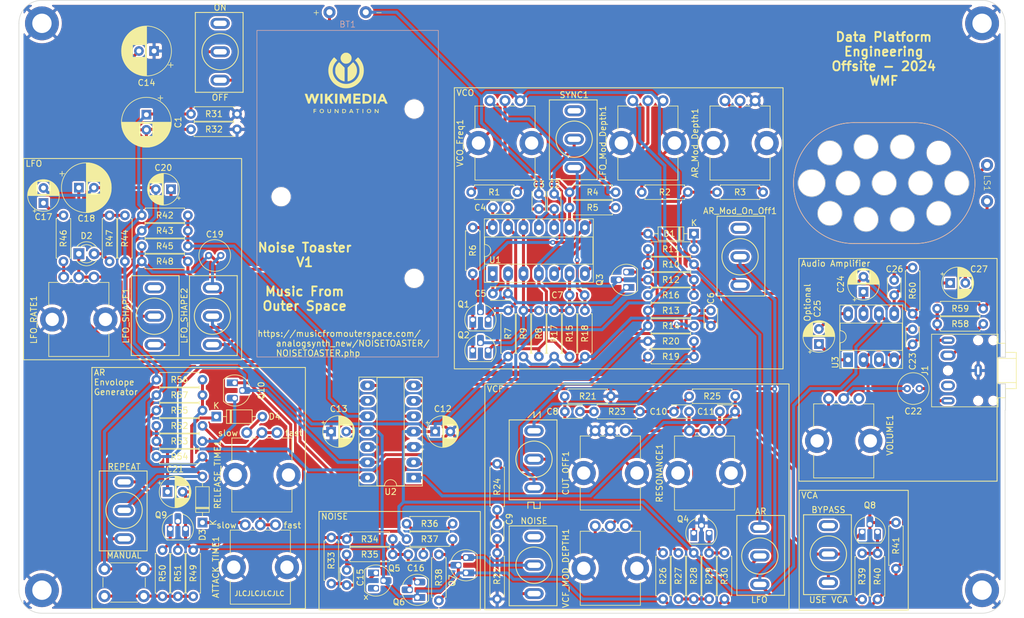
<source format=kicad_pcb>
(kicad_pcb (version 20221018) (generator pcbnew)
  (layers (0 "F.Cu" signal) (31 "B.Cu" signal) (34 "B.Paste" user) (35 "F.Paste" user) (36 "B.SilkS" user "B.Silkscreen") (37 "F.SilkS" user "F.Silkscreen") (38 "B.Mask" user) (39 "F.Mask" user) (44 "Edge.Cuts" user))
  (net 0 "")
  (net 1 "Net-(AR_Mod_Depth1-Pad2)")
  (net 2 "GND")
  (net 3 "BN")
  (net 4 "BP")
  (net 5 "Net-(Q2-B)")
  (net 6 "Net-(Q1-C)")
  (net 7 "Net-(C4-Pad2)")
  (net 8 "Net-(Q2-C)")
  (net 9 "Net-(U2B--)")
  (net 10 "Net-(SYNC1-A)")
  (net 11 "Net-(U1B--)")
  (net 12 "Net-(C8-Pad1)")
  (net 13 "Net-(C8-Pad2)")
  (net 14 "Net-(NOISE_TO_VCF1-A)")
  (net 15 "Net-(C9-Pad2)")
  (net 16 "Net-(U2A--)")
  (net 17 "Net-(Q4-D)")
  (net 18 "Net-(C11-Pad1)")
  (net 19 "Net-(Q6-B)")
  (net 20 "Net-(Q5-E)")
  (net 21 "Net-(C16-Pad1)")
  (net 22 "Net-(Q6-C)")
  (net 23 "Net-(D1-K)")
  (net 24 "Net-(D1-A)")
  (net 25 "Net-(LFO_Mod_Depth1-Pad2)")
  (net 26 "Net-(Q1-E)")
  (net 27 "Net-(Q1-B)")
  (net 28 "Net-(Q3-G)")
  (net 29 "Net-(Q4-G)")
  (net 31 "Net-(Q7-B)")
  (net 32 "Net-(Q8-G)")
  (net 33 "Net-(R1-Pad1)")
  (net 34 "Net-(U1C--)")
  (net 35 "Net-(U1B-+)")
  (net 36 "Net-(U2B-+)")
  (net 37 "Net-(R19-Pad1)")
  (net 38 "Net-(R26-Pad2)")
  (net 39 "Net-(R27-Pad1)")
  (net 40 "Net-(R27-Pad2)")
  (net 44 "Net-(D3-K)")
  (net 45 "Net-(ATTACK_TIME1-Pad2)")
  (net 46 "Net-(U2C--)")
  (net 47 "Net-(C18-Pad1)")
  (net 48 "Net-(LFO_SHAPE1-C)")
  (net 49 "Net-(LFO_SHAPE2-C)")
  (net 50 "Net-(C21-Pad1)")
  (net 51 "Net-(C22-Pad2)")
  (net 52 "Net-(D2-A)")
  (net 53 "Net-(D3-A)")
  (net 54 "Net-(D4-A)")
  (net 55 "Net-(LFO_RATE1-Pad1)")
  (net 57 "Net-(MANUAL_GATE1-Pad2)")
  (net 58 "Net-(MANUAL_REPEAT1-A)")
  (net 59 "Net-(MANUAL_REPEAT1-C)")
  (net 60 "Net-(Q9-B)")
  (net 61 "Net-(Q10-G)")
  (net 62 "Net-(U2C-+)")
  (net 63 "Net-(U2D-+)")
  (net 64 "Net-(C22-Pad1)")
  (net 65 "Net-(U3-BYPASS)")
  (net 66 "Net-(C25-Pad1)")
  (net 67 "Net-(C25-Pad2)")
  (net 68 "Net-(C26-Pad2)")
  (net 70 "Net-(J1-PadTN)")
  (net 71 "Net-(U3-+)")
  (net 72 "Net-(AR_Mod_On_Off1-C)")
  (net 73 "Net-(C26-Pad1)")
  (net 74 "Net-(C27-Pad2)")
  (net 75 "AGR")
  (net 76 "RMP")
  (net 77 "VCF_TO_VCA")
  (net 78 "SYNC")
  (net 79 "LFO")
  (net 80 "NOISE")
  (net 81 "AUDIO_OUT")
  (net 82 "SQR")
  (net 84 "Net-(VCF_MOD_DEPTH1-Pad1)")
  (net 85 "Net-(AR_Mod_On_Off2-A)")
  (footprint "MountingHole:MountingHole_3.2mm_M3_DIN965_Pad" (layer "F.Cu") (at 58.928 54.61)
    (fp_text reference "H1" hide)
    (fp_text value "MountingHole_Pad")
  )
  (footprint "Library:R_Axial_DIN0207_L6.3mm_D2.5mm_P7.62mm_Horizontal" (layer "F.Cu") (at 214.5751 101.774 180)
    (fp_text reference "R59")
    (fp_text value "20K")
  )
  (footprint "Library:R_Axial_DIN0207_L6.3mm_D2.5mm_P7.62mm_Horizontal" (layer "F.Cu") (at 138.547 102.088 -90)
    (fp_text reference "R9")
    (fp_text value "4.7K")
  )
  (footprint "Capacitor_THT:C_Disc_D3.0mm_W2.0mm_P2.50mm" (layer "F.Cu") (at 121.997 142.428 180)
    (fp_text reference "C16")
    (fp_text value "100nF")
  )
  (footprint "Library:R_Axial_DIN0207_L6.3mm_D2.5mm_P7.62mm_Horizontal" (layer "F.Cu") (at 72.644 86.36 -90)
    (fp_text reference "R44")
    (fp_text value "3K")
  )
  (footprint "Library:R_Axial_DIN0207_L6.3mm_D2.5mm_P7.62mm_Horizontal" (layer "F.Cu") (at 75.438 88.9)
    (fp_text reference "R43")
    (fp_text value "100K")
  )
  (footprint "Library:R_Axial_DIN0207_L6.3mm_D2.5mm_P7.62mm_Horizontal" (layer "F.Cu") (at 83.566 72.136)
    (fp_text reference "R32")
    (fp_text value "4.7K")
  )
  (footprint "Library:R_Axial_DIN0207_L6.3mm_D2.5mm_P7.62mm_Horizontal" (layer "F.Cu") (at 206.9551 104.314)
    (fp_text reference "R58")
    (fp_text value "100K")
  )
  (footprint "Capacitor_THT:C_Disc_D3.0mm_W2.0mm_P2.50mm" (layer "F.Cu") (at 163.424 118.806)
    (fp_text reference "C10")
    (fp_text value "1nF")
  )
  (footprint "Library:R_Axial_DIN0207_L6.3mm_D2.5mm_P7.62mm_Horizontal" (layer "F.Cu") (at 85.471 113.538 180)
    (fp_text reference "R56")
    (fp_text value "150K")
  )
  (footprint "Package_TO_SOT_THT:TO-92_HandSolder" (layer "F.Cu") (at 155.565 98.278 90)
    (fp_text reference "Q3")
    (fp_text value "2N5457")
  )
  (footprint "Library:R_Axial_DIN0207_L6.3mm_D2.5mm_P7.62mm_Horizontal" (layer "F.Cu") (at 134.194 135.062 90)
    (fp_text reference "R24")
    (fp_text value "3M")
  )
  (footprint "Connector_Audio:Jack_3.5mm_CUI_SJ1-3525N_Horizontal" (layer "F.Cu") (at 213.7331 112.014 90)
    (fp_text reference "J1")
    (fp_text value "AudioJack3_SwitchTR")
    (fp_line (start -2.2 3.5) (end -2.2 4.5) (stroke (width 0.12)) (layer "Edge.Cuts"))
    (fp_line (start -2.2 4.5) (end -6.5 4.5) (stroke (width 0.12)) (layer "Edge.Cuts"))
    (fp_line (start 1.8 3.1) (end -1.8 3.1) (stroke (width 0.12)) (layer "Edge.Cuts"))
    (fp_line (start 2.2 3.5) (end 2.2 4.5) (stroke (width 0.12)) (layer "Edge.Cuts"))
    (fp_line (start 2.2 4.5) (end 6.5 4.5) (stroke (width 0.12)) (layer "Edge.Cuts"))
    (fp_arc (start -2.2 3.5) (mid -2.082842 3.217158) (end -1.8 3.1) (stroke (width 0.12)) (layer "Edge.Cuts"))
    (fp_arc (start 1.8 3.1) (mid 2.082843 3.217157) (end 2.2 3.5) (stroke (width 0.12)) (layer "Edge.Cuts"))
  )
  (footprint "Library:R_Axial_DIN0207_L6.3mm_D2.5mm_P7.62mm_Horizontal" (layer "F.Cu") (at 159.121 97.008)
    (fp_text reference "R12")
    (fp_text value "10K")
  )
  (footprint "Library:R_Axial_DIN0207_L6.3mm_D2.5mm_P7.62mm_Horizontal" (layer "F.Cu") (at 130.165 88.372 -90)
    (fp_text reference "R6")
    (fp_text value "10K")
  )
  (footprint "Diode_THT:D_DO-35_SOD27_P7.62mm_Horizontal" (layer "F.Cu") (at 87.757 119.634)
    (fp_text reference "D4")
    (fp_text value "1N914")
  )
  (footprint "Diode_THT:D_DO-35_SOD27_P7.62mm_Horizontal" (layer "F.Cu") (at 85.471 137.16 90)
    (fp_text reference "D3")
    (fp_text value "1N914")
  )
  (footprint "Diode_THT:D_DO-35_SOD27_P7.62mm_Horizontal" (layer "F.Cu") (at 166.741 89.388 180)
    (fp_text reference "D1")
    (fp_text value "1N914")
  )
  (footprint "Package_DIP:DIP-14_W7.62mm_Socket_LongPads" (layer "F.Cu") (at 120.386 129.733 180)
    (fp_text reference "U2")
    (fp_text value "LM324")
  )
  (footprint "Library:R_Axial_DIN0207_L6.3mm_D2.5mm_P7.62mm_Horizontal" (layer "F.Cu") (at 161.626 149.794 90)
    (fp_text reference "R26")
    (fp_text value "27K")
  )
  (footprint "Package_TO_SOT_THT:TO-92_HandSolder" (layer "F.Cu") (at 194.552 138.696)
    (fp_text reference "Q8")
    (fp_text value "2N5457")
  )
  (footprint "benjiaomodular:ToggleSwitch_MTS-102_SPDT" (layer "F.Cu") (at 87.122 103.034)
    (fp_text reference "LFO_SHAPE2")
    (fp_text value "SW_SPDT" hide)
  )
  (footprint "Capacitor_THT:C_Disc_D3.0mm_W2.0mm_P2.50mm" (layer "F.Cu") (at 171.024 118.806)
    (fp_text reference "C11")
    (fp_text value "1nF")
  )
  (footprint "Capacitor_THT:C_Disc_D3.0mm_W2.0mm_P2.50mm" (layer "F.Cu") (at 199.8431 99.558 90)
    (fp_text reference "C26")
    (fp_text value "100nF")
  )
  (footprint "MountingHole:MountingHole_3.2mm_M3_DIN965_Pad" (layer "F.Cu") (at 214.376 148.336)
    (fp_text reference "H3" hide)
    (fp_text value "MountingHole_Pad")
  )
  (footprint "Capacitor_THT:CP_Radial_D5.0mm_P2.50mm" (layer "F.Cu") (at 106.7449 122.108)
    (fp_text reference "C13")
    (fp_text value "10uF")
  )
  (footprint "Package_TO_SOT_THT:TO-92_HandSolder" (layer "F.Cu") (at 80.137 138.188)
    (fp_text reference "Q9")
    (fp_text value "2N3906")
  )
  (footprint "Library:R_Axial_DIN0207_L6.3mm_D2.5mm_P7.62mm_Horizontal" (layer "F.Cu") (at 159.121 109.708)
    (fp_text reference "R19")
    (fp_text value "100K")
  )
  (footprint "Button_Switch_THT:SW_PUSH_6mm" (layer "F.Cu") (at 69.267 144.816)
    (fp_text reference "MANUAL_GATE1" hide)
    (fp_text value "SW_Push")
  )
  (footprint "benjiaomodular:ToggleSwitch_MTS-102_SPDT" (layer "F.Cu") (at 188.964 142.366 180)
    (fp_text reference "VCA_BYPASS1" hide)
    (fp_text value "SW_SPDT" hide)
  )
  (footprint "Library:R_Axial_DIN0207_L6.3mm_D2.5mm_P7.62mm_Horizontal" (layer "F.Cu") (at 77.851 116.078)
    (fp_text reference "R57")
    (fp_text value "150K")
  )
  (footprint "Library:R_Axial_DIN0207_L6.3mm_D2.5mm_P7.62mm_Horizontal" (layer "F.Cu") (at 171.786 149.794 90)
    (fp_text reference "R30")
    (fp_text value "100K")
  )
  (footprint "Library:Potentiometer_Bourns_PTV09A-1_Single_Vertical" (layer "F.Cu") (at 152.908 128.966)
    (fp_text reference "CUT_OFF1")
    (fp_text value "100K")
  )
  (footprint "Library:Potentiometer_Bourns_PTV09A-1_Single_Vertical" (layer "F.Cu") (at 95.041 144.526)
    (fp_text reference "ATTACK_TIME1")
    (fp_text value "1M")
  )
  (footprint "Library:R_Axial_DIN0207_L6.3mm_D2.5mm_P7.62mm_Horizontal" (layer "F.Cu") (at 159.121 91.928)
    (fp_text reference "R11")
    (fp_text value "10K")
  )
  (footprint "Library:R_Axial_DIN0207_L6.3mm_D2.5mm_P7.62mm_Horizontal" (layer "F.Cu") (at 148.707 102.088 -90)
    (fp_text reference "R18")
    (fp_text value "100K")
  )
  (footprint "Library:R_Axial_DIN0207_L6.3mm_D2.5mm_P7.62mm_Horizontal" (layer "F.Cu") (at 116.937 142.428 180)
    (fp_text reference "R35")
    (fp_text value "470K")
  )
  (footprint "Library:R_Axial_DIN0207_L6.3mm_D2.5mm_P7.62mm_Horizontal" (layer "F.Cu") (at 85.471 118.618 180)
    (fp_text reference "R55")
    (fp_text value "100K")
  )
  (footprint "Capacitor_THT:CP_Radial_D8.0mm_P2.50mm" (layer "F.Cu") (at 65.024 81.788)
    (fp_text reference "C18")
    (fp_text value "470uF")
  )
  (footprint "Capacitor_THT:CP_Radial_D5.0mm_P2.50mm" (layer "F.Cu") (at 123.952 122.108)
    (fp_text reference "C12")
    (fp_text value "10uF")
  )
  (footprint "MountingHole:MountingHole_3.2mm_M3_DIN965_Pad" (layer "F.Cu") (at 214.376 54.61)
    (fp_text reference "H2" hide)
    (fp_text value "MountingHole_Pad")
  )
  (footprint "Library:R_Axial_DIN0207_L6.3mm_D2.5mm_P7.62mm_Horizontal" (layer "F.Cu") (at 194.552 142.24 -90)
    (fp_text reference "R39")
    (fp_text value "470K")
  )
  (footprint "Library:R_Axial_DIN0207_L6.3mm_D2.5mm_P7.62mm_Horizontal" (layer "F.Cu") (at 129.911 82.53)
    (fp_text reference "R1")
    (fp_text value "75K")
  )
  (footprint "Library:R_Axial_DIN0207_L6.3mm_D2.5mm_P7.62mm_Horizontal" (layer "F.Cu") (at 146.167 109.708 90)
    (fp_text reference "R15")
    (fp_text value "10K")
  )
  (footprint "Library:R_Axial_DIN0207_L6.3mm_D2.5mm_P7.62mm_Horizontal" (layer "F.Cu") (at 145.37 116.266)
    (fp_text reference "R21")
    (fp_text value "47K")
  )
  (footprint "Capacitor_THT:C_Disc_D3.0mm_W2.0mm_P2.50mm" (layer "F.Cu") (at 134.194 139.868 90)
    (fp_text reference "C9")
    (fp_text value "100nF")
  )
  (footprint "Library:R_Axial_DIN0207_L6.3mm_D2.5mm_P7.62mm_Horizontal" (layer "F.Cu") (at 166.741 99.548 180)
    (fp_text reference "R16")
    (fp_text value "300K")
  )
  (footprint "Capacitor_THT:CP_Radial_D5.0mm_P2.50mm" (layer "F.Cu") (at 59.182 84.328 90)
    (fp_text reference "C17")
    (fp_text value "1uF")
  )
  (footprint "Package_TO_SOT_THT:TO-92_HandSolder" (layer "F.Cu") (at 129.044 145.476 90)
    (fp_text reference "Q7")
    (fp_text value "2N3904")
  )
  (footprint "Library:R_Axial_DIN0207_L6.3mm_D2.5mm_P7.62mm_Horizontal" (layer "F.Cu") (at 119.223 137.348)
    (fp_text reference "R36")
    (fp_text value "100K")
  )
  (footprint "Library:R_Axial_DIN0207_L6.3mm_D2.5mm_P7.62mm_Horizontal" (layer "F.Cu") (at 78.867 149.352 90)
    (fp_text reference "R50")
    (fp_text value "200R")
  )
  (footprint "Library:R_Axial_DIN0207_L6.3mm_D2.5mm_P7.62mm_Horizontal" (layer "F.Cu") (at 124.557 142.428 -90)
    (fp_text reference "R38")
    (fp_text value "470K")
  )
  (footprint "Capacitor_THT:C_Disc_D3.0mm_W2.0mm_P2.50mm" (layer "F.Cu") (at 135.987 99.294 180)
    (fp_text reference "C5")
    (fp_text value "1nF")
  )
  (footprint "Package_TO_SOT_THT:TO-92_HandSolder" (layer "F.Cu") (at 121.001 149.54 90)
    (fp_text reference "Q6")
    (fp_text value "2N3904")
  )
  (footprint "Library:R_Axial_DIN0207_L6.3mm_D2.5mm_P7.62mm_Horizontal" (layer "F.Cu") (at 146.172 85.08)
    (fp_text reference "R5")
    (fp_text value "2K")
  )
  (footprint "Library:R_Axial_DIN0207_L6.3mm_D2.5mm_P7.62mm_Horizontal" (layer "F.Cu") (at 83.947 141.732 -90)
    (fp_text reference "R49")
    (fp_text value "10K")
  )
  (footprint "Library:R_Axial_DIN0207_L6.3mm_D2.5mm_P7.62mm_Horizontal" (layer "F.Cu") (at 202.8911 102.626 90)
    (fp_text reference "R60")
    (fp_text value "10R")
  )
  (footprint "Capacitor_THT:CP_Radial_D8.0mm_P2.50mm" (layer "F.Cu") (at 77.47 59.182 180)
    (fp_text reference "C14")
    (fp_text value "470uF")
  )
  (footprint "benjiaomodular:ToggleSwitch_MTS-102_SPDT" (layer "F.Cu") (at 77.504 103.034)
    (fp_text reference "LFO_SHAPE1")
    (fp_text value "SW_SPDT" hide)
  )
  (footprint "Capacitor_THT:CP_Radial_D8.0mm_P2.50mm" (layer "F.Cu") (at 76.2 69.7133 -90)
    (fp_text reference "C1")
    (fp_text value "470uF")
  )
  (footprint "benjiaomodular:ToggleSwitch_MTS-102_SPDT" (layer "F.Cu") (at 72.517 135.128 180)
    (fp_text reference "MANUAL_REPEAT1" hide)
    (fp_text value "SW_SPDT" hide)
  )
  (footprint "Library:R_Axial_DIN0207_L6.3mm_D2.5mm_P7.62mm_Horizontal" (layer "F.Cu") (at 70.104 86.36 -90)
    (fp_text reference "R47")
    (fp_text value "3K")
  )
  (footprint "Library:R_Axial_DIN0207_L6.3mm_D2.5mm_P7.62mm_Horizontal" (layer "F.Cu") (at 85.471 126.238 180)
    (fp_text reference "R54")
    (fp_text value "4.7K")
  )
  (footprint "Library:R_Axial_DIN0207_L6.3mm_D2.5mm_P7.62mm_Horizontal" (layer "F.Cu") (at 81.407 149.352 90)
    (fp_text reference "R51")
    (fp_text value "10K")
  )
  (footprint "Library:R_Axial_DIN0207_L6.3mm_D2.5mm_P7.62mm_Horizontal" (layer "F.Cu") (at 164.166 142.174 -90)
    (fp_text reference "R27")
    (fp_text value "39K")
  )
  (footprint "Library:R_Axial_DIN0207_L6.3mm_D2.5mm_P7.62mm_Horizontal" (layer "F.Cu") (at 91.186 69.596 180)
    (fp_text reference "R31")
    (fp_text value "4.7K")
  )
  (footprint "Capacitor_THT:C_Disc_D3.0mm_W2.0mm_P2.50mm" (layer "F.Cu") (at 169.535 104.608 90)
    (fp_text reference "C6")
    (fp_text value "100nF")
  )
  (footprint "Package_TO_SOT_THT:TO-92_HandSolder" (layer "F.Cu") (at 114.143 145.476 -90)
    (fp_text reference "Q5")
    (fp_text value "2N3904")
  )
  (footprint "Library:R_Axial_DIN0207_L6.3mm_D2.5mm_P7.62mm_Horizontal" (layer "F.Cu") (at 169.246 149.794 90)
    (fp_text reference "R29")
    (fp_text value "39K")
  )
  (footprint "Library:Speaker 2030" (layer "F.Cu") (at 203.2 81.026 -90)
    (fp_text reference "LS1")
    (fp_text value "Speaker")
    (fp_circle (center -6 2) (end -4 2) (stroke (width 0.1)) (fill none) (layer "Edge.Cuts"))
    (fp_circle (center -6 8) (end -4 8) (stroke (width 0.1)) (fill none) (layer "Edge.Cuts"))
    (fp_circle (center -5 -4) (end -3 -4) (stroke (width 0.05)) (fill none) (layer "Edge.Cuts"))
    (fp_circle (center -5 14) (end -3 14) (stroke (width 0.1)) (fill none) (layer "Edge.Cuts"))
    (fp_circle (center 0 -7) (end 2 -7) (stroke (width 0.1)) (fill none) (layer "Edge.Cuts"))
    (fp_circle (center 0 -1) (end 2 -1) (stroke (width 0.1)) (fill none) (layer "Edge.Cuts"))
    (fp_circle (center 0 5) (end 2 5) (stroke (width 0.1)) (fill none) (layer "Edge.Cuts"))
    (fp_circle (center 0 11) (end 2 11) (stroke (width 0.1)) (fill none) (layer "Edge.Cuts"))
    (fp_circle (center 0 17) (end 2.236068 17) (stroke (width 0.1)) (fill none) (layer "Edge.Cuts"))
    (fp_circle (center 5 -4) (end 7 -4) (stroke (width 0.1)) (fill none) (layer "Edge.Cuts"))
    (fp_circle (center 5 14) (end 7 14) (stroke (width 0.1)) (fill none) (layer "Edge.Cuts"))
    (fp_circle (center 6 2) (end 8 2) (stroke (width 0.1)) (fill none) (layer "Edge.Cuts"))
    (fp_circle (center 6 8) (end 8 8) (stroke (width 0.1)) (fill none) (layer "Edge.Cuts"))
  )
  (footprint "Capacitor_THT:CP_Radial_D5.0mm_P2.50mm" (layer "F.Cu") (at 209.1069 97.536)
    (fp_text reference "C27")
    (fp_text value "220uF")
  )
  (footprint "Capacitor_THT:C_Radial_D5.0mm_H7.0mm_P2.00mm" (layer "F.Cu") (at 204 115 180)
    (fp_text reference "C22")
    (fp_text value "1uF")
  )
  (footprint "Library:R_Axial_DIN0207_L6.3mm_D2.5mm_P7.62mm_Horizontal" (layer "F.Cu") (at 197.092 149.86 90)
    (fp_text reference "R40")
    (fp_text value "1M")
  )
  (footprint "Library:Potentiometer_Bourns_PTV09A-1_Single_Vertical" (layer "F.Cu") (at 152.908 144.714)
    (fp_text reference "VCF_MOD_DEPTH1")
    (fp_text value "100K")
  )
  (footprint "Library:Potentiometer_Bourns_PTV09A-1_Single_Vertical" (layer "F.Cu") (at 191.5 123.642)
    (fp_text reference "VOLUME1")
    (fp_text value "100K")
  )
  (footprint "Library:R_Axial_DIN0207_L6.3mm_D2.5mm_P7.62mm_Horizontal" (layer "F.Cu") (at 75.438 91.44)
    (fp_text reference "R45")
    (fp_text value "100K")
  )
  (footprint "benjiaomodular:ToggleSwitch_MTS-102_SPDT" (layer "F.Cu") (at 146.929 73.766 180)
    (fp_text reference "SYNC1")
    (fp_text value "SW_SPDT" hide)
  )
  (footprint "benjiaomodular:ToggleSwitch_MTS-102_SPDT" (layer "F.Cu") (at 174.361 93.198)
    (fp_text reference "AR_Mod_On_Off1")
    (fp_text value "SW_SPDT" hide)
  )
  (footprint "Package_TO_SOT_THT:TO-92_HandSolder" (layer "F.Cu") (at 90.805 114.046 -90)
    (fp_text reference "Q10")
    (fp_text value "2N5457")
  )
  (footprint "Library:R_Axial_DIN0207_L6.3mm_D2.5mm_P7.62mm_Horizontal" (layer "F.Cu") (at 165.944 116.266)
    (fp_text reference "R25")
    (fp_text value "4.7M")
  )
  (footprint "Capacitor_THT:CP_Radial_D5.0mm_P2.50mm" (layer "F.Cu") (at 80.264 82.042 180)
    (fp_text reference "C20")
    (fp_text value "1uF")
  )
  (footprint "LED_THT:LED_D3.0mm" (layer "F.Cu") (at 65.024 92.71)
    (fp_text reference "D2")
    (fp_text value "LED")
  )
  (footprint "Library:R_Axial_DIN0207_L6.3mm_D2.5mm_P7.62mm_Horizontal" (layer "F.Cu") (at 146.172 82.54)
    (fp_text reference "R4")
    (fp_text value "270K")
  )
  (footprint "Capacitor_THT:CP_Radial_D5.0mm_P2.50mm" (layer "F.Cu") (at 194.7631 99.0051 90)
    (fp_text reference "C24")
    (fp_text value "10uF")
  )
  (footprint "benjiaomodular:ToggleSwitch_MTS-102_SPDT" (layer "F.Cu") (at 177.628 142.682)
    (fp_text reference "VCF_MOD_SRC1" hide)
    (fp_text value "SW_SPDT_MSM" hide)
  )
  (footprint "Library:Potentiometer_Bourns_PTV09A-1_Single_Vertical" (layer "F.Cu") (at 95.295 129.286)
    (fp_text reference "RELEASE_TIME1")
    (fp_text value "1M")
  )
  (footprint "Library:R_Axial_DIN0207_L6.3mm_D2.5mm_P7.62mm_Horizontal" (layer "F.Cu") (at 134.194 142.174 -90)
    (fp_text reference "R22")
    (fp_text value "47K")
  )
  (footprint "Library:R_Axial_DIN0207_L6.3mm_D2.5mm_P7.62mm_Horizontal" (layer "F.Cu") (at 62.484 86.36 -90)
    (fp_text reference "R46")
    (fp_text value "3K")
  )
  (footprint "Library:R_Axial_DIN0207_L6.3mm_D2.5mm_P7.62mm_Horizontal" (layer "F.Cu") (at 158.105 82.53)
    (fp_text reference "R2")
    (fp_text value "100K")
  )
  (footprint "Library:Potentiometer_Bourns_PTV09A-1_Single_Vertical" (layer "F.Cu") (at 135.499 74.402)
    (fp_text reference "VCO_Freq1")
    (fp_text value "100K")
  )
  (footprint "Library:Potentiometer_Bourns_PTV09A-1_Single_Vertical" (layer "F.Cu") (at 174.361 74.402)
    (fp_text reference "AR_Mod_Depth1")
    (fp_text value "100K")
  )
  (footprint "Capacitor_THT:C_Disc_D3.0mm_W2.0mm_P2.50mm" (layer "F.Cu") (at 141.087 82.804 -90)
    (fp_text reference "C3")
    (fp_text value "100nF")
  )
  (footprint "Library:Potentiometer_Bourns_PTV09A-1_Single_Vertical" (layer "F.Cu") (at 168.484 128.966)
    (fp_text reference "RESONANCE1")
    (fp_text value "100K")
  )
  (footprint "Library:R_Axial_DIN0207_L6.3mm_D2.5mm_P7.62mm_Horizontal" (layer "F.Cu") (at 150.196 118.806)
    (fp_text reference "R23")
    (fp_text value "4.7M")
  )
  (footprint "Capacitor_THT:C_Disc_D3.0mm_W2.0mm_P2.50mm" (layer "F.Cu") (at 202.8911 105.186 -90)
    (fp_text reference "C23")
    (fp_text value "100nF")
  )
  (footprint "benjiaomodular:ToggleSwitch_MTS-102_SPDT" (layer "F.Cu") (at 140.29 144.206 180)
    (fp_text reference "NOISE_TO_VCF1" hide)
    (fp_text value "SW_SPDT" hide)
  )
  (footprint "Capacitor_THT:C_Disc_D3.0mm_W2.0mm_P2.50mm" (layer "F.Cu") (at 148.667 99.548 180)
    (fp_text reference "C7")
    (fp_text value "10nF")
  )
  (footprint "Library:Potentiometer_Bourns_PTV09A-1_Single_Vertical" (layer "F.Cu") (at 159.121 74.402)
    (fp_text reference "LFO_Mod_Depth1")
    (fp_text value "100K")
  )
  (footprint "Package_DIP:DIP-8_W7.62mm_Socket_LongPads" (layer "F.Cu") (at 192.2331 110.236 90)
    (fp_text reference "U3")
    (fp_text value "LM386")
  )
  (footprint "Capacitor_THT:C_Disc_D3.0mm_W2.0mm_P2.50mm" (layer "F.Cu") (at 135.987 85.07 180)
    (fp_text reference "C4")
    (fp_text value "100pF")
  )
  (footprint "benjiaomodular:ToggleSwitch_MTS-102_SPDT" (layer "F.Cu") (at 88.392 59.31 180)
    (fp_text reference "AR_Mod_On_Off2" hide)
    (fp_text value "SW_SPDT" hide)
  )
  (footprint "Library:R_Axial_DIN0207_L6.3mm_D2.5mm_P7.62mm_Horizontal" (layer "F.Cu") (at 119.223 139.888)
    (fp_text reference "R37")
    (fp_text value "10K")
  )
  (footprint "Library:R_Axial_DIN0207_L6.3mm_D2.5mm_P7.62mm_Horizontal" (layer "F.Cu") (at 83.058 93.98 180)
    (fp_text reference "R48")
    (fp_text value "75K")
  )
  (footprint "Library:R_Axial_DIN0207_L6.3mm_D2.5mm_P7.62mm_Horizontal" (layer "F.Cu") (at 159.121 102.088)
    (fp_text reference "R13")
    (fp_text value "2M")
  )
  (footprint "Library:R_Axial_DIN0207_L6.3mm_D2.5mm_P7.62mm_Horizontal" (layer "F.Cu") (at 83.058 86.36 180)
    (fp_text reference "R42")
    (fp_text value "100K")
  )
  (footprint "Package_TO_SOT_THT:TO-92_HandSolder" (layer "F.Cu") (at 130.165 103.612)
    (fp_text reference "Q1")
    (fp_text value "2N3904")
  )
  (footprint "Capacitor_THT:CP_Radial_D5.0mm_P2.50mm" (layer "F.Cu") (at 79.6939 132.08)
    (fp_text reference "C21")
    (fp_text value "4.7uF")
  )
  (footprint "Capacitor_THT:C_Radial_D5.0mm_H7.0mm_P2.00mm" (layer "F.Cu") (at 88.5 93 180)
    (fp_text reference "C19")
    (fp_text value "1uF")
  )
  (footprint "Capacitor_THT:C_Disc_D3.0mm_W2.0mm_P2.50mm" (layer "F.Cu") (at 145.39 118.806)
    (fp_text reference "C8")
    (fp_text value "100nF")
  )
  (footprint "Library:R_Axial_DIN0207_L6.3mm_D2.5mm_P7.62mm_Horizontal" (layer "F.Cu") (at 109.317 139.888)
    (fp_text reference "R34")
    (fp_text value "10K")
  )
  (footprint "Library:R_Axial_DIN0207_L6.3mm_D2.5mm_P7.62mm_Horizontal" (layer "F.Cu") (at 166.741 107.168 180)
    (fp_text reference "R20")
    (fp_text value "10K")
  )
  (footprint "Library:R_Axial_DIN0207_L6.3mm_D2.5mm_P7.62mm_Horizontal" (layer "F.Cu") (at 200.14 144.78 90)
    (fp_text reference "R41")
    (fp_text value "100K")
  )
  (footprint "Library:R_Axial_DIN0207_L6.3mm_D2.5mm_P7.62mm_Horizontal" (layer "F.Cu") (at 77.851 123.698)
    (fp_text reference "R53")
    (fp_text value "10K")
  )
  (footprint "Library:R_Axial_DIN0207_L6.3mm_D2.5mm_P7.62mm_Horizontal" (layer "F.Cu") (at 159.121 94.468)
    (fp_text reference "R10")
    (fp_text value "2M")
  )
  (footprint "Library:R_Axial_DIN0207_L6.3mm_D2.5mm_P7.62mm_Horizontal" (layer "F.Cu") (at 141.087 102.088 -90)
    (fp_text reference "R8")
    (fp_text value "4.7K")
  )
  (footprint "Library:Potentiometer_Bourns_PTV09A-1_Single_Vertical" (layer "F.Cu") (at 65.024 103.566)
    (fp_text reference "LFO_RATE1")
    (fp_text value "1M")
  )
  (footprint "Capacitor_THT:C_Disc_D3.0mm_W2.0mm_P2.50mm" (layer "F.Cu") (at 143.627 82.804 -90)
    (fp_text reference "C2")
    (fp_text value "100nF")
  )
  (footprint "Library:WMF_Logo" (layer "F.Cu") (at 109.22 64.516)
    (fp_text reference "G***" hide)
    (fp_text value "LOGO" hide)
  )
  (footprint "Library:Battery holder 9v" (layer "F.Cu") (at 109.474 55.776)
    (fp_text reference "BT1")
    (fp_text value "Battery")
    (fp_circle (center -11 27.5) (end -9.4 27.5) (stroke (width 0.05)) (fill none) (layer "Edge.Cuts"))
    (fp_circle (center 11 13) (end 12.6 13) (stroke (width 0.05)) (fill none) (layer "Edge.Cuts"))
    (fp_circle (center 11 41) (end 12.6 41) (stroke (width 0.05)) (fill none) (layer "Edge.Cuts"))
  )
  (footprint "Library:R_Axial_DIN0207_L6.3mm_D2.5mm_P7.62mm_Horizontal" (layer "F.Cu") (at 85.471 121.158 180)
    (fp_text reference "R52")
    (fp_text value "820R")
  )
  (footprint "Capacitor_THT:C_Disc_D3.0mm_W2.0mm_P2.50mm" (layer "F.Cu") (at 109.317 144.988 -90)
    (fp_text reference "C15")
    (fp_text value "100nF")
  )
  (footprint "Library:R_Axial_DIN0207_L6.3mm_D2.5mm_P7.62mm_Horizontal" (layer "F.Cu") (at 178.171 82.53 180)
    (fp_text reference "R3")
    (fp_text value "36K")
  )
  (footprint "MountingHole:MountingHole_3.2mm_M3_DIN965_Pad" (layer "F.Cu") (at 58.928 148.336)
    (fp_text reference "H4" hide)
    (fp_text value "MountingHole_Pad")
  )
  (footprint "Library:R_Axial_DIN0207_L6.3mm_D2.5mm_P7.62mm_Horizontal" (layer "F.Cu") (at 159.121 104.628)
    (fp_text reference "R14")
    (fp_text value "10K")
  )
  (footprint "benjiaomodular:ToggleSwitch_MTS-102_SPDT" (layer "F.Cu") (at 140.29 126.68 180)
    (fp_text reference "VCO_TO_VCF1" hide)
    (fp_text value "SW_SPDT_MSM" hide)
  )
  (footprint "Package_TO_SOT_THT:TO-92_HandSolder" (layer "F.Cu") (at 130.165 108.692)
    (fp_text reference "Q2")
    (fp_text value "2N3904")
  )
  (footprint "Library:R_Axial_DIN0207_L6.3mm_D2.5mm_P7.62mm_Horizontal" (layer "F.Cu") (at 143.627 102.088 -90)
    (fp_text reference "R17")
    (fp_text value "15K")
  )
  (footprint "Package_TO_SOT_THT:TO-92_HandSolder" (layer "F.Cu") (at 166.706 138.884)
    (fp_text reference "Q4")
    (fp_text value "2N5457")
  )
  (footprint "Capacitor_THT:CP_Radial_D5.0mm_P2.50mm" (layer "F.Cu") (at 187.3971 107.6411 90)
    (fp_text reference "C25")
    (fp_text value "10uF")
  )
  (footprint "Library:R_Axial_DIN0207_L6.3mm_D2.5mm_P7.62mm_Horizontal" (layer "F.Cu") (at 166.706 149.794 90)
    (fp_text reference "R28")
    (fp_text value "100K")
  )
  (footprint "Library:R_Axial_DIN0207_L6.3mm_D2.5mm_P7.62mm_Horizontal" (layer "F.Cu") (at 106.777 139.634 -90)
    (fp_text reference "R33")
    (fp_text value "1M")
  )
  (footprint "Library:R_Axial_DIN0207_L6.3mm_D2.5mm_P7.62mm_Horizontal" (layer "F.Cu") (at 136.007 109.708 90)
    (fp_text reference "R7")
    (fp_text value "2M")
  )
  (footprint "Package_DIP:DIP-14_W7.62mm_Socket_LongPads" (layer "F.Cu") (at 133.467 95.992 90)
    (fp_text reference "U1")
    (fp_text value "LM324")
  )
  (gr_line (start 140.29 118.806) (end 140.29 119.822) (stroke (width 0.15)) (layer "F.SilkS"))
  (gr_rect (start 184.095113 93.482) (end 216.861113 130.312) (stroke (width 0.15)) (fill none) (layer "F.SilkS"))
  (gr_line (start 139.274 134.808) (end 139.274 133.792) (stroke (width 0.15)) (layer "F.SilkS"))
  (gr_line (start 141.306 134.808) (end 141.306 133.792) (stroke (width 0.15)) (layer "F.SilkS"))
  (gr_line (start 140.29 134.808) (end 141.306 134.808) (stroke (width 0.15)) (layer "F.SilkS"))
  (gr_line (start 140.29 119.822) (end 141.306 118.806) (stroke (width 0.15)) (layer "F.SilkS"))
  (gr_line (start 139.274 133.792) (end 140.29 133.792) (stroke (width 0.15)) (layer "F.SilkS"))
  (gr_rect (start 184.138 131.826) (end 202.172 151.638) (stroke (width 0.15)) (fill none) (layer "F.SilkS"))
  (gr_rect (start 127.117 65.258) (end 181.473 111.74) (stroke (width 0.15)) (fill none) (layer "F.SilkS"))
  (gr_line (start 140.29 133.792) (end 140.29 134.808) (stroke (width 0.15)) (layer "F.SilkS"))
  (gr_rect (start 104.745 135.316) (end 131.415 151.572) (stroke (width 0.15)) (fill none) (layer "F.SilkS"))
  (gr_rect (start 132.162 114.234) (end 182.454 151.572) (stroke (width 0.15)) (fill none) (layer "F.SilkS"))
  (gr_line (start 141.306 118.806) (end 141.306 119.822) (stroke (width 0.15)) (layer "F.SilkS"))
  (gr_rect (start 67.183 111.506) (end 102.489 151.384) (stroke (width 0.15)) (fill none) (layer "F.SilkS"))
  (gr_rect (start 55.88 76.962) (end 91.948 110.236) (stroke (width 0.15)) (fill none) (layer "F.SilkS"))
  (gr_line (start 139.274 119.822) (end 140.29 118.806) (stroke (width 0.15)) (layer "F.SilkS"))
  (gr_line (start 214.376 152.146) (end 58.928 152.146) (stroke (width 0.1)) (layer "Edge.Cuts"))
  (gr_line (start 55.118 148.336) (end 55.118 54.61) (stroke (width 0.1)) (layer "Edge.Cuts"))
  (gr_line (start 218.186 118.618) (end 218.233113 118.514) (stroke (width 0.1)) (layer "Edge.Cuts"))
  (gr_line (start 218.186 105.41) (end 218.233113 105.514) (stroke (width 0.1)) (layer "Edge.Cuts"))
  (gr_line (start 58.928 50.8) (end 214.376 50.8) (stroke (width 0.1)) (layer "Edge.Cuts"))
  (gr_arc (start 55.118 54.61) (mid 56.233923 51.915923) (end 58.928 50.8) (stroke (width 0.1)) (layer "Edge.Cuts"))
  (gr_arc (start 218.186 148.336) (mid 217.070077 151.030077) (end 214.376 152.146) (stroke (width 0.1)) (layer "Edge.Cuts"))
  (gr_arc (start 58.928 152.146) (mid 56.233923 151.030077) (end 55.118 148.336) (stroke (width 0.1)) (layer "Edge.Cuts"))
  (gr_arc (start 214.376 50.8) (mid 217.070077 51.915923) (end 218.186 54.61) (stroke (width 0.1)) (layer "Edge.Cuts"))
  (gr_line (start 218.186 105.41) (end 218.186 54.61) (stroke (width 0.1)) (layer "Edge.Cuts"))
  (gr_line (start 218.186 118.618) (end 218.186 148.336) (stroke (width 0.1)) (layer "Edge.Cuts"))
  (gr_text "AR\nEnvolope\nGenerator" (at 67.437 111.76) (layer "F.SilkS") (effects (font (size 1 1)) (justify left top)))
  (gr_text "https://musicfromouterspace.com/\n    analogsynth_new/NOISETOASTER/\n    NOISETOASTER.php" (at 94.488 109.728) (layer "F.SilkS") (effects (font (size 1 1)) (justify left bottom)))
  (gr_text "fast" (at 98.806 138.176) (layer "F.SilkS") (effects (font (size 1 1)) (justify left bottom)))
  (gr_text "Optional" (at 185.5 104 90) (layer "F.SilkS") (effects (font (size 1 1)) (justify left)))
  (gr_text "VCF" (at 132.416 114.488) (layer "F.SilkS") (effects (font (size 1 1)) (justify left top)))
  (gr_text "AR" (at 177.778 135.89) (layer "F.SilkS") (effects (font (size 1 1)) (justify bottom)))
  (gr_text "LFO" (at 56.134 77.216) (layer "F.SilkS") (effects (font (size 1 1)) (justify left top)))
  (gr_text "NOISE" (at 104.999 135.57) (layer "F.SilkS") (effects (font (size 1 1)) (justify left top)))
  (gr_text "slow" (at 91.44 122.936) (layer "F.SilkS") (effects (font (size 1 1)) (justify right bottom)))
  (gr_text "fast" (at 99.06 122.936) (layer "F.SilkS") (effects (font (size 1 1)) (justify left bottom)))
  (gr_text "OFF" (at 88.392 66.294) (layer "F.SilkS") (effects (font (size 1 1)) (justify top)))
  (gr_text "BYPASS" (at 188.976 135.636) (layer "F.SilkS") (effects (font (size 1 1)) (justify bottom)))
  (gr_text "REPEAT" (at 72.517 128.524) (layer "F.SilkS") (effects (font (size 1 1)) (justify bottom)))
  (gr_text "x" (at 112 150) (layer "F.SilkS") (effects (font (size 1 1)) (justify left bottom)))
  (gr_text "VCA" (at 184.392 132.08) (layer "F.SilkS") (effects (font (size 1 1)) (justify left top)))
  (gr_text "Audio Amplifier" (at 184.349113 93.736) (layer "F.SilkS") (effects (font (size 1 1)) (justify left top)))
  (gr_text "LFO" (at 177.546 149.352) (layer "F.SilkS") (effects (font (size 1 1)) (justify top)))
  (gr_text "USE VCA" (at 188.976 149.352) (layer "F.SilkS") (effects (font (size 1 1)) (justify top)))
  (gr_text "ON" (at 88.392 52.578) (layer "F.SilkS") (effects (font (size 1 1)) (justify bottom)))
  (gr_text "VCO" (at 127.371 65.512) (layer "F.SilkS") (effects (font (size 1 1)) (justify left top)))
  (gr_text "NOISE" (at 140.29 137.474) (layer "F.SilkS") (effects (font (size 1 1)) (justify bottom)))
  (gr_text "Noise Toaster\nV1\n\nMusic From\nOuter Space" (at 102.362 96.52) (layer "F.SilkS") (effects (font (size 1.5 1.5) (thickness 0.3) bold)))
  (gr_text "MANUAL" (at 72.517 141.986) (layer "F.SilkS") (effects (font (size 1 1)) (justify top)))
  (gr_text "JLCJLCJLCJLC" (at 90.678 149.352) (layer "F.SilkS") (effects (font (size 0.8 0.8)) (justify left bottom)))
  (gr_text "slow" (at 91.186 138.176) (layer "F.SilkS") (effects (font (size 1 1)) (justify right bottom)))
  (gr_text_box "Data Platform Engineering\nOffsite - 2024\nWMF" (start 188.087 54.864) (end 208.153 65.024) (angle 360) (layer "F.SilkS") (effects (font (size 1.5 1.5) (thickness 0.3) bold) (justify top)))
  (segment (start 178.171 82.53) (end 174.361 78.72) (width 0.5) (layer "F.Cu") (net 1))
  (segment (start 174.361 78.72) (end 174.361 67.402) (width 0.5) (layer "F.Cu") (net 1))
  (segment (start 166.741 94.468) (end 170.8374 98.5644) (width 0.5) (layer "F.Cu") (net 3))
  (segment (start 202.891 102.626) (end 204.993 100.524) (width 0.5) (layer "F.Cu") (net 3))
  (segment (start 77.764 82.042) (end 77.51 81.788) (width 0.5) (layer "F.Cu") (net 3))
  (segment (start 86.756 130.0487) (end 84.7247 132.08) (width 0.5) (layer "F.Cu") (net 3))
  (segment (start 111.061 122.108) (end 111.066 122.113) (width 0.5) (layer "F.Cu") (net 3))
  (segment (start 83.566 72.136) (end 76.2773 72.136) (width 0.5) (layer "F.Cu") (net 3))
  (segment (start 170.8374 99.263) (end 170.8374 103.3056) (width 0.5) (layer "F.Cu") (net 3))
  (segment (start 204.993 100.524) (end 213.325 100.524) (width 0.5) (layer "F.Cu") (net 3))
  (segment (start 171.786 149.794) (end 173.1048 151.1128) (width 0.5) (layer "F.Cu") (net 3))
  (segment (start 202.8911 107.686) (end 202.8911 107.6859) (width 0.5) (layer "F.Cu") (net 3))
  (segment (start 200.14 144.78) (end 201.39 143.53) (width 0.5) (layer "F.Cu") (net 3))
  (segment (start 85.471 126.238) (end 86.756 127.523) (width 0.5) (layer "F.Cu") (net 3))
  (segment (start 76.2 81.788) (end 67.524 81.788) (width 0.5) (layer "F.Cu") (net 3))
  (segment (start 201.39 143.53) (end 201.39 121.277) (width 0.5) (layer "F.Cu") (net 3))
  (segment (start 76.2 81.788) (end 76.2 72.2133) (width 0.5) (layer "F.Cu") (net 3))
  (segment (start 198.203 108.586) (end 199.853 110.236) (width 0.5) (layer "F.Cu") (net 3))
  (segment (start 74.2453 72.2133) (end 76.2 72.2133) (width 0.5) (layer "F.Cu") (net 3))
  (segment (start 200.341 110.236) (end 202.8911 107.6859) (width 0.5) (layer "F.Cu") (net 3))
  (segment (start 196.7551 116.642) (end 195.525 115.412) (width 0.5) (layer "F.Cu") (net 3))
  (segment (start 82.677 138.188) (end 82.677 140.462) (width 0.5) (layer "F.Cu") (net 3))
  (segment (start 194.7731 110.236) (end 194.773 110.236) (width 0.5) (layer "F.Cu") (net 3))
  (segment (start 202.8911 102.626) (end 202.891 102.626) (width 0.5) (layer "F.Cu") (net 3))
  (segment (start 170.8374 98.5644) (end 170.8374 99.263) (width 0.5) (layer "F.Cu") (net 3))
  (segment (start 84.7247 132.08) (end 82.1939 132.08) (width 0.5) (layer "F.Cu") (net 3))
  (segment (start 112.766 122.113) (end 111.066 122.113) (width 0.5) (layer "F.Cu") (net 3))
  (segment (start 74.97 59.182) (end 73.152 61) (width 0.5) (layer "F.Cu") (net 3))
  (segment (start 213.325 100.524) (end 214.575 101.774) (width 0.5) (layer "F.Cu") (net 3))
  (segment (start 82.677 132.563) (end 82.677 138.188) (width 0.5) (layer "F.Cu") (net 3))
  (segment (start 214.5751 101.7739) (end 215.2 101.149) (width 0.5) (layer "F.Cu") (net 3))
  (segment (start 82.677 140.462) (end 83.947 141.732) (width 0.5) (layer "F.Cu") (net 3))
  (segment (start 204.141 106.436) (end 204.141 103.876) (width 0.5) (layer "F.Cu") (net 3))
  (segment (start 173.1048 151.1128) (end 195.8392 151.1128) (width 0.5) (layer "F.Cu") (net 3))
  (segment (start 162.8805 151.0485) (end 170.5315 151.0485) (width 0.5) (layer "F.Cu") (net 3))
  (segment (start 202.8911 107.6859) (end 204.141 106.436) (width 0.5) (layer "F.Cu") (net 3))
  (segment (start 196.423 108.586) (end 198.203 108.586) (width 0.5) (layer "F.Cu") (net 3))
  (segment (start 161.626 149.794) (end 162.8805 151.0485) (width 0.5) (layer "F.Cu") (net 3))
  (segment (start 214.5751 101.7739) (end 214.5751 101.774) (width 0.5) (layer "F.Cu") (net 3))
  (segment (start 73.152 61) (end 73.152 71.12) (width 0.5) (layer "F.Cu") (net 3))
  (segment (start 194.7631 96.5051) (end 192.0052 99.263) (width 0.5) (layer "F.Cu") (net 3))
  (segment (start 204.141 103.876) (end 202.8911 102.626) (width 0.5) (layer "F.Cu") (net 3))
  (segment (start 195.8392 151.1128) (end 197.092 149.86) (width 0.5) (layer "F.Cu") (net 3))
  (segment (start 82.1939 132.08) (end 82.677 132.563) (width 0.5) (layer "F.Cu") (net 3))
  (segment (start 199.8531 110.236) (end 200.341 110.236) (width 0.5) (layer "F.Cu") (net 3))
  (segment (start 200.14 146.812) (end 197.092 149.86) (width 0.5) (layer "F.Cu") (net 3))
  (segment (start 170.8374 103.3056) (end 169.535 104.608) (width 0.5) (layer "F.Cu") (net 3))
  (segment (start 194.773 110.236) (end 196.423 108.586) (width 0.5) (layer "F.Cu") (net 3))
  (segment (start 199.853 110.236) (end 199.8531 110.236) (width 0.5) (layer "F.Cu") (net 3))
  (segment (start 201.39 121.277) (end 196.7551 116.642) (width 0.5) (layer "F.Cu") (net 3))
  (segment (start 77.51 81.788) (end 76.2 81.788) (width 0.5) (layer "F.Cu") (net 3))
  (segment (start 76.2773 72.136) (end 76.2 72.2133) (width 0.5) (layer "F.Cu") (net 3))
  (segment (start 200.14 144.78) (end 200.14 146.812) (width 0.5) (layer "F.Cu") (net 3))
  (segment (start 86.756 127.523) (end 86.756 130.0487) (width 0.5) (layer "F.Cu") (net 3))
  (segment (start 192.0052 99.263) (end 170.8374 99.263) (width 0.5) (layer "F.Cu") (net 3))
  (segment (start 195.525 110.988) (end 194.7731 110.236) (width 0.5) (layer "F.Cu") (net 3))
  (segment (start 109.2449 122.108) (end 111.061 122.108) (width 0.5) (layer "F.Cu") (net 3))
  (segment (start 195.525 115.412) (end 195.525 110.988) (width 0.5) (layer "F.Cu") (net 3))
  (segment (start 73.152 71.12) (end 74.2453 72.2133) (width 0.5) (layer "F.Cu") (net 3))
  (segment (start 214.575 101.774) (end 214.5751 101.7739) (width 0.5) (layer "F.Cu") (net 3))
  (segment (start 215.2 101.149) (end 215.2 84.026) (width 0.5) (layer "F.Cu") (net 3))
  (segment (start 170.5315 151.0485) (end 171.786 149.794) (width 0.5) (layer "F.Cu") (net 3))
  (segment (start 76.5956 117.3334) (end 76.5956 126.7806) (width 0.5) (layer "B.Cu") (net 3))
  (segment (start 164.1908 91.9178) (end 164.1908 79.3268) (width 0.5) (layer "B.Cu") (net 3))
  (segment (start 148.296 149.794) (end 161.626 149.794) (width 0.5) (layer "B.Cu") (net 3))
  (segment (start 194.763 96.5051) (end 194.7631 96.5051) (width 0.5) (layer "B.Cu") (net 3))
  (segment (start 59.182 81.828) (end 60.3939 83.0399) (width 0.5) (layer "B.Cu") (net 3))
  (segment (start 118.0195 149.3525) (end 115.413 146.746) (width 0.5) (layer "B.Cu") (net 3))
  (segment (start 84.5209 141.1581) (end 83.947 141.732) (width 0.5) (layer "B.Cu") (net 3))
  (segment (start 115.1762 141.1581) (end 84.5209 141.1581) (width 0.5) (layer "B.Cu") (net 3))
  (segment (start 142.357 85.8221) (end 142.357 84.074) (width 0.5) (layer "B.Cu") (net 3))
  (segment (start 132.3755 66.0501) (end 136.6471 66.0501) (width 0.5) (layer "B.Cu") (net 3))
  (segment (start 131.6122 71.0725) (end 131.6122 66.8134) (width 0.5) (layer "B.Cu") (net 3))
  (segment (start 141.5071 86.672) (end 142.357 85.8221) (width 0.5) (layer "B.Cu") (net 3))
  (segment (start 148.707 109.708) (end 150.007 109.708) (width 0.5) (layer "B.Cu") (net 3))
  (segment (start 136.6471 66.0501) (end 137.999 67.402) (width 0.5) (layer "B.Cu") (net 3))
  (segment (start 77.851 116.078) (end 76.5956 117.3334) (width 0.5) (layer "B.Cu") (net 3))
  (segment (start 161.0287 67.9943) (end 161.3496 67.6734) (width 0.5) (layer "B.Cu") (net 3))
  (segment (start 79.1406 114.7884) (end 77.851 116.078) (width 0.5) (layer "B.Cu") (net 3))
  (segment (start 127.875 145.476) (end 124.861 148.49) (width 0.5) (layer "B.Cu") (net 3))
  (segment (start 129.044 145.476) (end 127.875 145.476) (width 0.5) (layer "B.Cu") (net 3))
  (segment (start 66.2721 83.0399) (end 67.524 81.788) (width 0.5) (layer "B.Cu") (net 3))
  (segment (start 139.8144 110.9754) (end 138.547 109.708) (width 0.5) (layer "B.Cu") (net 3))
  (segment (start 76.5956 126.7806) (end 77.3584 127.5434) (width 0.5) (layer "B.Cu") (net 3))
  (segment (start 124.861 148.49) (end 121.001 148.49) (width 0.5) (layer "B.Cu") (net 3))
  (segment (start 164.1908 79.3268) (end 161.0287 76.1647) (width 0.5) (layer "B.Cu") (net 3))
  (segment (start 143.627 109.708) (end 144.8945 110.9755) (width 0.5) (layer "B.Cu") (net 3))
  (segment (start 74.1825 90.1555) (end 74.1825 107.5155) (width 0.5) (layer "B.Cu") (net 3))
  (segment (start 159.7263 66.0501) (end 139.3509 66.0501) (width 0.5) (layer "B.Cu") (net 3))
  (segment (start 84.1656 127.5434) (end 85.471 126.238) (width 0.5) (layer "B.Cu") (net 3))
  (segment (start 115.413 146.746) (end 115.413 141.3949) (width 0.5) (layer "B.Cu") (net 3))
  (segment (start 202.8911 102.626) (end 202.891 102.626) (width 0.5) (layer "B.Cu") (net 3))
  (segment (start 141.087 86.672) (end 141.5071 86.672) (width 0.5) (layer "B.Cu") (net 3))
  (segment (start 77.764 82.042) (end 77.764 86.574) (width 0.5) (layer "B.Cu") (net 3))
  (segment (start 131.6122 66.8134) (end 132.3755 66.0501) (width 0.5) (layer "B.Cu") (net 3))
  (segment (start 142.3596 110.9754) (end 139.8144 110.9754) (width 0.5) (layer "B.Cu") (net 3))
  (segment (start 60.3939 83.0399) (end 66.2721 83.0399) (width 0.5) (layer "B.Cu") (net 3))
  (segment (start 194.7631 96.5051) (end 199.224 100.966) (width 0.5) (layer "B.Cu") (net 3))
  (segment (start 120.9199 149.3525) (end 118.0195 149.3525) (width 0.5) (layer "B.Cu") (net 3))
  (segment (start 156.3566 103.3584) (end 168.2854 103.3584) (width 0.5) (layer "B.Cu") (net 3))
  (segment (start 115.1762 122.8232) (end 115.1762 141.1581) (width 0.5) (layer "B.Cu") (net 3))
  (segment (start 201.231 100.966) (end 202.891 102.626) (width 0.5) (layer "B.Cu") (net 3))
  (segment (start 77.764 86.574) (end 75.438 88.9) (width 0.5) (layer "B.Cu") (net 3))
  (segment (start 161.3496 67.6734) (end 161.621 67.402) (width 0.5) (layer "B.Cu") (net 3))
  (segment (start 112.474 52.776) (end 117.5748 52.776) (width 0.5) (layer "B.Cu") (net 3))
  (segment (start 142.357 84.074) (end 141.087 82.804) (width 0.5) (layer "B.Cu") (net 3))
  (segment (start 77.3584 127.5434) (end 84.1656 127.5434) (width 0.5) (layer "B.Cu") (net 3))
  (segment (start 147.4395 110.9755) (end 148.707 109.708) (width 0.5) (layer "B.Cu") (net 3))
  (segment (start 141.087 80.5473) (end 131.6122 71.0725) (width 0.5) (layer "B.Cu") (net 3))
  (segment (start 166.741 94.468) (end 164.1908 91.9178) (width 0.5) (layer "B.Cu") (net 3))
  (segment (start 121.001 149.54) (end 121.001 149.2714) (width 0.5) (layer "B.Cu") (net 3))
  (segment (start 144.8945 110.9755) (end 147.4395 110.9755) (width 0.5) (layer "B.Cu") (net 3))
  (segment (start 129.044 145.476) (end 135.824 145.476) (width 0.5) (layer "B.Cu") (net 3))
  (segment (start 145.028 146.526) (end 148.296 149.794) (width 0.5) (layer "B.Cu") (net 3))
  (segment (start 150.007 109.708) (end 156.3566 103.3584) (width 0.5) (layer "B.Cu") (net 3))
  (segment (start 79.1406 112.4736) (end 79.1406 114.7884) (width 0.5) (layer "B.Cu") (net 3))
  (segment (start 121.001 149.2714) (end 120.9199 149.3525) (width 0.5) (layer "B.Cu") (net 3))
  (segment (start 112.766 122.113) (end 114.466 122.113) (width 0.5) (layer "B.Cu") (net 3))
  (segment (start 141.087 82.804) (end 141.087 80.5473) (width 0.5) (layer "B.Cu") (net 3))
  (segment (start 136.874 146.526) (end 145.028 146.526) (width 0.5) (layer "B.Cu") (net 3))
  (segment (start 121.001 148.49) (end 121.001 149.2714) (width 0.5) (layer "B.Cu") (net 3))
  (segment (start 135.824 145.476) (end 136.874 146.526) (width 0.5) (layer "B.Cu") (net 3))
  (segment (start 168.2854 103.3584) (end 169.535 104.608) (width 0.5) (layer "B.Cu") (net 3))
  (segment (start 199.224 100.966) (end 201.231 100.966) (width 0.5) (layer "B.Cu") (net 3))
  (segment (start 117.5748 52.776) (end 131.6122 66.8134) (width 0.5) (layer "B.Cu") (net 3))
  (segment (start 161.3496 67.6734) (end 159.7263 66.0501) (width 0.5) (layer "B.Cu") (net 3))
  (segment (start 114.466 122.113) (end 115.1762 122.8232) (width 0.5) (layer "B.Cu") (net 3))
  (segment (start 141.087 88.372) (end 141.087 86.672) (width 0.5) (layer "B.Cu") (net 3))
  (segment (start 161.0287 76.1647) (end 161.0287 67.9943) (width 0.5) (layer "B.Cu") (net 3))
  (segment (start 115.413 141.3949) (end 115.1762 141.1581) (width 0.5) (layer "B.Cu") (net 3))
  (segment (start 139.3509 66.0501) (end 137.999 67.402) (width 0.5) (layer "B.Cu") (net 3))
  (segment (start 74.1825 107.5155) (end 79.1406 112.4736) (width 0.5) (layer "B.Cu") (net 3))
  (segment (start 143.627 109.708) (end 142.3596 110.9754) (width 0.5) (layer "B.Cu") (net 3))
  (segment (start 75.438 88.9) (end 74.1825 90.1555) (width 0.5) (layer "B.Cu") (net 3))
  (segment (start 102.173 128.1788) (end 102.173 139.634) (width 0.5) (layer "F.Cu") (net 4))
  (segment (start 199.883 105.186) (end 197.3131 102.616) (width 0.5) (layer "F.Cu") (net 4))
  (segment (start 141.087 97.692) (end 142.3389 98.9439) (width 0.5) (layer "F.Cu") (net 4))
  (segment (start 141.087 109.708) (end 141.087 108.408) (width 0.5) (layer "F.Cu") (net 4))
  (segment (start 83.566 60.198) (end 83.566 69.596) (width 0.5) (layer "F.Cu") (net 4))
  (segment (start 76.3173 69.596) (end 76.2 69.7133) (width 0.5) (layer "F.Cu") (net 4))
  (segment (start 117.9334 138.5984) (end 119.223 139.888) (width 0.5) (layer "F.Cu") (net 4))
  (segment (start 69.267 144.816) (end 75.767 144.816) (width 0.5) (layer "F.Cu") (net 4))
  (segment (start 142.3389 98.9439) (end 142.3389 107.1561) (width 0.5) (layer "F.Cu") (net 4))
  (segment (start 141.087 95.992) (end 141.087 97.692) (width 0.5) (layer "F.Cu") (net 4))
  (segment (start 122.091 122.108) (end 122.086 122.113) (width 0.5) (layer "F.Cu") (net 4))
  (segment (start 100.0557 126.0615) (end 102.173 128.1788) (width 0.5) (layer "F.Cu") (net 4))
  (segment (start 197.3131 102.616) (end 197.313 102.616) (width 0.5) (layer "F.Cu") (net 4))
  (segment (start 75.767 144.816) (end 83.981 144.816) (width 0.5) (layer "F.Cu") (net 4))
  (segment (start 143.6151 107.1561) (end 142.3389 107.1561) (width 0.5) (layer "F.Cu") (net 4))
  (segment (start 142.3389 107.1561) (end 141.087 108.408) (width 0.5) (layer "F.Cu") (net 4))
  (segment (start 109.063 139.634) (end 106.777 139.634) (width 0.5) (layer "F.Cu") (net 4))
  (segment (start 83.566 69.596) (end 76.3173 69.596) (width 0.5) (layer "F.Cu") (net 4))
  (segment (start 202.891 105.186) (end 199.883 105.186) (width 0.5) (layer "F.Cu") (net 4))
  (segment (start 141.087 108.408) (end 137.307 108.408) (width 0.5) (layer "F.Cu") (net 4))
  (segment (start 123.952 122.108) (end 122.091 122.108) (width 0.5) (layer "F.Cu") (net 4))
  (segment (start 137.307 108.408) (end 136.007 109.708) (width 0.5) (layer "F.Cu") (net 4))
  (segment (start 110.6066 138.5984) (end 117.9334 138.5984) (width 0.5) (layer "F.Cu") (net 4))
  (segment (start 100.0557 120.9508) (end 100.0557 126.0615) (width 0.5) (layer "F.Cu") (net 4))
  (segment (start 109.317 139.888) (end 110.6066 138.5984) (width 0.5) (layer "F.Cu") (net 4))
  (segment (start 89.163 139.634) (end 102.173 139.634) (width 0.5) (layer "F.Cu") (net 4))
  (segment (start 109.317 139.888) (end 109.063 139.634) (width 0.5) (layer "F.Cu") (net 4))
  (segment (start 84.454 59.31) (end 83.566 60.198) (width 0.5) (layer "F.Cu") (net 4))
  (segment (start 102.173 139.634) (end 106.777 139.634) (width 0.5) (layer "F.Cu") (net 4))
  (segment (start 146.167 109.708) (end 143.6151 107.1561) (width 0.5) (layer "F.Cu") (net 4))
  (segment (start 90.805 114.046) (end 93.1509 114.046) (width 0.5) (layer "F.Cu") (net 4))
  (segment (start 88.392 59.31) (end 84.454 59.31) (width 0.5) (layer "F.Cu") (net 4))
  (segment (start 120.386 122.113) (end 122.086 122.113) (width 0.5) (layer "F.Cu") (net 4))
  (segment (start 93.1509 114.046) (end 100.0557 120.9508) (width 0.5) (layer "F.Cu") (net 4))
  (segment (start 83.981 144.816) (end 89.163 139.634) (width 0.5) (layer "F.Cu") (net 4))
  (segment (start 202.891 105.186) (end 202.8911 105.186) (width 0.5) (layer "F.Cu") (net 4))
  (segment (start 74.935 70.9783) (end 76.2 69.7133) (width 0.5) (layer "B.Cu") (net 4))
  (segment (start 153.792 82.54) (end 152.492 82.54) (width 0.5) (layer "B.Cu") (net 4))
  (segment (start 145.6015 76.6198) (end 145.6015 77.1135) (width 0.5) (layer "B.Cu") (net 4))
  (segment (start 72.644 89.154) (end 72.644 93.98) (width 0.5) (layer "B.Cu") (net 4))
  (segment (start 191.0229 115) (end 193.5212 112.5017) (width 0.5) (layer "B.Cu") (net 4))
  (segment (start 166.706 142.174) (end 173.2742 148.7422) (width 0.5) (layer "B.Cu") (net 4))
  (segment (start 75.438 86.36) (end 75.438 85.06) (width 0.5) (layer "B.Cu") (net 4))
  (segment (start 143.627 79.088) (end 145.6015 77.1135) (width 0.5) (layer "B.Cu") (net 4))
  (segment (start 74.935 84.557) (end 74.935 70.9783) (width 0.5) (layer "B.Cu") (net 4))
  (segment (start 144.8995 84.0765) (end 143.627 82.804) (width 0.5) (layer "B.Cu") (net 4))
  (segment (start 152.492 81.4105) (end 152.492 82.54) (width 0.5) (layer "B.Cu") (net 4))
  (segment (start 193.5212 108.1079) (end 197.3131 104.316) (width 0.5) (layer "B.Cu") (net 4))
  (segment (start 123.952 120.808) (end 124.907 120.808) (width 0.5) (layer "B.Cu") (net 4))
  (segment (start 178.8996 148.7422) (end 183.2202 144.4216) (width 0.5) (layer "B.Cu") (net 4))
  (segment (start 72.644 93.98) (end 72.644 107.031) (width 0.5) (layer "B.Cu") (net 4))
  (segment (start 144.8995 90.5409) (end 144.8995 84.0765) (width 0.5) (layer "B.Cu") (net 4))
  (segment (start 193.5212 112.5017) (end 193.5212 108.1079) (width 0.5) (layer "B.Cu") (net 4))
  (segment (start 141.1484 94.292) (end 144.8995 90.5409) (width 0.5) (layer "B.Cu") (net 4))
  (segment (start 123.952 122.108) (end 123.952 120.808) (width 0.5) (layer "B.Cu") (net 4))
  (segment (start 148.195 77.1135) (end 152.492 81.4105) (width 0.5) (layer "B.Cu") (net 4))
  (segment (start 183.2202 144.4216) (end 183.2202 117.7798) (width 0.5) (layer "B.Cu") (net 4))
  (segment (start 69.267 122.122) (end 69.267 144.816) (width 0.5) (layer "B.Cu") (net 4))
  (segment (start 136.0134 70.4164) (end 139.3981 70.4164) (width 0.5) (layer "B.Cu") (net 4))
  (segment (start 139.3981 70.4164) (end 145.6015 76.6198) (width 0.5) (layer "B.Cu") (net 4))
  (segment (start 117.9513 138.6163) (end 117.9513 134.5139) (width 0.5) (layer "B.Cu") (net 4))
  (segment (start 118.686 133.7792) (end 118.686 122.113) (width 0.5) (layer "B.Cu") (net 4))
  (segment (start 141.087 95.992) (end 141.087 94.292) (width 0.5) (layer "B.Cu") (net 4))
  (segment (start 197.3131 104.316) (end 197.3131 102.616) (width 0.5) (layer "B.Cu") (net 4))
  (segment (start 173.2742 148.7422) (end 178.8996 148.7422) (width 0.5) (layer "B.Cu") (net 4))
  (segment (start 183.2202 117.7798) (end 186 115) (width 0.5) (layer "B.Cu") (net 4))
  (segment (start 77.851 113.538) (end 69.267 122.122) (width 0.5) (layer "B.Cu") (net 4))
  (segment (start 132.999 67.402) (end 136.0134 70.4164) (width 0.5) (layer "B.Cu") (net 4))
  (segment (start 77.851 113.538) (end 77.851 112.238) (width 0.5) (layer "B.Cu") (net 4))
  (segment (start 143.627 82.804) (end 143.627 79.088) (width 0.5) (layer "B.Cu") (net 4))
  (segment (start 158.3112 133.7792) (end 166.706 142.174) (width 0.5) (layer "B.Cu") (net 4))
  (segment (start 186 115) (end 191.0229 115) (width 0.5) (layer "B.Cu") (net 4))
  (segment (start 119.223 139.888) (end 117.9513 138.6163) (width 0.5) (layer "B.Cu") (net 4))
  (segment (start 120.386 122.113) (end 118.686 122.113) (width 0.5) (layer "B.Cu") (net 4))
  (segment (start 75.438 86.36) (end 72.644 89.154) (width 0.5) (layer "B.Cu") (net 4))
  (segment (start 72.644 107.031) (end 77.851 112.238) (width 0.5) (layer "B.Cu") (net 4))
  (segment (start 75.438 85.06) (end 74.935 84.557) (width 0.5) (layer "B.Cu") (net 4))
  (segment (start 117.9513 134.5139) (end 118.686 133.7792) (width 0.5) (layer "B.Cu") (net 4))
  (segment (start 124.907 120.808) (end 136.007 109.708) (width 0.5) (layer "B.Cu") (net 4))
  (segment (start 118.686 133.7792) (end 158.3112 133.7792) (width 0.5) (layer "B.Cu") (net 4))
  (segment (start 141.087 94.292) (end 141.1484 94.292) (width 0.5) (layer "B.Cu") (net 4))
  (segment (start 145.6015 77.1135) (end 148.195 77.1135) (width 0.5) (layer "B.Cu") (net 4))
  (segment (start 143.627 85.304) (end 143.627 88.372) (width 0.5) (layer "F.Cu") (net 5))
  (segment (start 141.087 85.304) (end 143.627 85.304) (width 0.5) (layer "F.Cu") (net 5))
  (segment (start 138.547 86.086) (end 139.329 85.304) (width 0.5) (layer "F.Cu") (net 5))
  (segment (start 138.547 95.992) (end 138.547 102.088) (width 0.5) (layer "F.Cu") (net 5))
  (segment (start 138.547 88.372) (end 138.547 95.992) (width 0.5) (layer "F.Cu") (net 5))
  (segment (start 139.329 85.304) (end 141.087 85.304) (width 0.5) (layer "F.Cu") (net 5))
  (segment (start 138.547 88.372) (end 138.547 86.086) (width 0.5) (layer "F.Cu") (net 5))
  (segment (start 138.547 102.088) (end 141.087 102.088) (width 0.5) (layer "F.Cu") (net 5))
  (segment (start 136.515 107.422) (end 138.547 105.39) (width 0.5) (layer "B.Cu") (net 5))
  (segment (start 138.547 105.39) (end 138.547 102.088) (width 0.5) (layer "B.Cu") (net 5))
  (segment (start 131.435 107.422) (end 136.515 107.422) (width 0.5) (layer "B.Cu") (net 5))
  (segment (start 135.987 85.07) (end 135.987 88.352) (width 0.5) (layer "F.Cu") (net 6))
  (segment (start 137.257 89.622) (end 137.257 100.838) (width 0.5) (layer "F.Cu") (net 6))
  (segment (start 137.257 100.838) (end 136.007 102.088) (width 0.5) (layer "F.Cu") (net 6))
  (segment (start 135.987 88.352) (end 136.007 88.372) (width 0.5) (layer "F.Cu") (net 6))
  (segment (start 136.007 88.372) (end 137.257 89.622) (width 0.5) (layer "F.Cu") (net 6))
  (segment (start 132.705 103.612) (end 132.705 103.104) (width 0.5) (layer "B.Cu") (net 6))
  (segment (start 133.721 102.088) (end 136.007 102.088) (width 0.5) (layer "B.Cu") (net 6))
  (segment (start 132.705 103.104) (end 133.721 102.088) (width 0.5) (layer "B.Cu") (net 6))
  (segment (start 130.165 88.372) (end 133.467 88.372) (width 0.5) (layer "F.Cu") (net 7))
  (segment (start 133.467 85.09) (end 133.487 85.07) (width 0.5) (layer "F.Cu") (net 7))
  (segment (start 133.467 88.372) (end 133.467 85.09) (width 0.5) (layer "F.Cu") (net 7))
  (segment (start 132.705 108.692) (end 134.229 107.168) (width 0.5) (layer "F.Cu") (net 8))
  (segment (start 135.987 99.294) (end 135.987 96.012) (width 0.5) (layer "F.Cu") (net 8))
  (segment (start 134.229 107.168) (end 134.229 101.052) (width 0.5) (layer "F.Cu") (net 8))
  (segment (start 135.987 96.012) (end 136.007 95.992) (width 0.5) (layer "F.Cu") (net 8))
  (segment (start 134.229 101.052) (end 135.987 99.294) (width 0.5) (layer "F.Cu") (net 8))
  (segment (start 137.491 100.798) (end 153.045 100.798) (width 0.5) (layer "B.Cu") (net 8))
  (segment (start 153.045 100.798) (end 155.565 98.278) (width 0.5) (layer "B.Cu") (net 8))
  (segment (start 135.987 99.294) (end 137.491 100.798) (width 0.5) (layer "B.Cu") (net 8))
  (segment (start 166.761 102.108) (end 166.741 102.088) (width 0.5) (layer "F.Cu") (net 9))
  (segment (start 169.535 102.108) (end 166.761 102.108) (width 0.5) (layer "F.Cu") (net 9))
  (segment (start 120.386 117.033) (end 122.086 117.033) (width 0.5) (layer "F.Cu") (net 9))
  (segment (start 166.741 102.088) (end 165.4512 103.3778) (width 0.5) (layer "F.Cu") (net 9))
  (segment (start 156.3134 114.2864) (end 124.8326 114.2864) (width 0.5) (layer "F.Cu") (net 9))
  (segment (start 165.4512 103.3778) (end 165.4512 105.1486) (width 0.5) (layer "F.Cu") (net 9))
  (segment (start 165.4512 105.1486) (end 156.3134 114.2864) (width 0.5) (layer "F.Cu") (net 9))
  (segment (start 124.8326 114.2864) (end 122.086 117.033) (width 0.5) (layer "F.Cu") (net 9))
  (segment (start 148.707 102.088) (end 148.707 99.588) (width 0.5) (layer "F.Cu") (net 10))
  (segment (start 147.437 93.706) (end 147.457 93.726) (width 0.5) (layer "F.Cu") (net 10))
  (segment (start 147.457 98.338) (end 147.437 93.706) (width 0.5) (layer "F.Cu") (net 10))
  (segment (start 148.667 99.548) (end 147.457 98.338) (width 0.5) (layer "F.Cu") (net 10))
  (segment (start 148.707 99.588) (end 148.667 99.548) (width 0.5) (layer "F.Cu") (net 10))
  (via (at 147.437 93.706) (size 0.8) (drill 0.4) (layers "F.Cu" "B.Cu") (net 10))
  (segment (start 147.437 93.706) (end 147.437 78.974) (width 0.5) (layer "B.Cu") (net 10))
  (segment (start 147.437 78.974) (end 146.929 78.466) (width 0.5) (layer "B.Cu") (net 10))
  (segment (start 143.627 102.088) (end 146.167 102.088) (width 0.5) (layer "F.Cu") (net 11))
  (segment (start 146.167 102.088) (end 146.167 99.548) (width 0.5) (layer "F.Cu") (net 11))
  (segment (start 146.167 99.548) (end 146.167 95.992) (width 0.5) (layer "F.Cu") (net 11))
  (segment (start 142.576 126.68) (end 145.39 123.866) (width 0.5) (layer "F.Cu") (net 12))
  (segment (start 140.29 126.68) (end 142.576 126.68) (width 0.5) (layer "F.Cu") (net 12))
  (segment (start 145.39 123.866) (end 145.39 118.806) (width 0.5) (layer "F.Cu") (net 12))
  (segment (start 145.39 118.806) (end 145.39 116.286) (width 0.5) (layer "F.Cu") (net 12))
  (segment (start 145.39 116.286) (end 145.37 116.266) (width 0.5) (layer "F.Cu") (net 12))
  (segment (start 147.89 118.806) (end 150.196 118.806) (width 0.5) (layer "F.Cu") (net 13))
  (segment (start 137.37 148.906) (end 140.29 148.906) (width 0.5) (layer "F.Cu") (net 14))
  (segment (start 134.194 142.174) (end 134.194 145.73) (width 0.5) (layer "F.Cu") (net 14))
  (segment (start 134.194 139.868) (end 134.194 142.174) (width 0.5) (layer "F.Cu") (net 14))
  (segment (start 134.194 145.73) (end 137.37 148.906) (width 0.5) (layer "F.Cu") (net 14))
  (segment (start 134.194 137.368) (end 134.194 135.062) (width 0.5) (layer "F.Cu") (net 15))
  (segment (start 163.424 118.806) (end 157.816 118.806) (width 0.5) (layer "F.Cu") (net 16))
  (segment (start 134.194 127.442) (end 120.635 127.442) (width 0.5) (layer "F.Cu") (net 16))
  (segment (start 148.164 121.346) (end 149.18 120.33) (width 0.5) (layer "F.Cu") (net 16))
  (segment (start 135.972 129.22) (end 143.084 129.22) (width 0.5) (layer "F.Cu") (net 16))
  (segment (start 143.084 129.22) (end 148.164 124.14) (width 0.5) (layer "F.Cu") (net 16))
  (segment (start 163.424 118.806) (end 163.424 118.786) (width 0.5) (layer "F.Cu") (net 16))
  (segment (start 120.635 127.442) (end 120.386 127.193) (width 0.5) (layer "F.Cu") (net 16))
  (segment (start 134.194 127.442) (end 135.972 129.22) (width 0.5) (layer "F.Cu") (net 16))
  (segment (start 154.26 118.806) (end 157.816 118.806) (width 0.5) (layer "F.Cu") (net 16))
  (segment (start 149.18 120.33) (end 152.736 120.33) (width 0.5) (layer "F.Cu") (net 16))
  (segment (start 163.424 118.786) (end 165.944 116.266) (width 0.5) (layer "F.Cu") (net 16))
  (segment (start 148.164 124.14) (end 148.164 121.346) (width 0.5) (layer "F.Cu") (net 16))
  (segment (start 152.736 120.33) (end 154.26 118.806) (width 0.5) (layer "F.Cu") (net 16))
  (segment (start 166.706 122.0145) (end 166.706 122.22) (width 0.5) (layer "F.Cu") (net 17))
  (segment (start 165.984 121.966) (end 166.7545 121.966) (width 0.5) (layer "F.Cu") (net 17))
  (segment (start 155.408 121.966) (end 165.984 121.966) (width 0.5) (layer "F.Cu") (net 17))
  (segment (start 166.7545 121.966) (end 168.484 121.966) (width 0.5) (layer "F.Cu") (net 17))
  (segment (start 166.7545 121.966) (end 166.706 122.0145) (width 0.5) (layer "F.Cu") (net 17))
  (segment (start 165.924 118.806) (end 165.924 121.906) (width 0.5) (layer "F.Cu") (net 17))
  (segment (start 165.924 121.906) (end 165.984 121.966) (width 0.5) (layer "F.Cu") (net 17))
  (segment (start 166.706 138.884) (end 166.706 122.22) (width 0.5) (layer "F.Cu") (net 17))
  (segment (start 170.984 121.966) (end 170.984 118.846) (width 0.5) (layer "F.Cu") (net 18))
  (segment (start 170.984 118.846) (end 171.024 118.806) (width 0.5) (layer "F.Cu") (net 18))
  (segment (start 119.731 147.508) (end 116.175 143.952) (width 0.5) (layer "F.Cu") (net 19))
  (segment (start 109.317 144.988) (end 109.317 143.952) (width 0.5) (layer "F.Cu") (net 19))
  (segment (start 116.175 143.952) (end 109.317 143.952) (width 0.5) (layer "F.Cu") (net 19))
  (segment (start 109.317 143.952) (end 109.317 142.428) (width 0.5) (layer "F.Cu") (net 19))
  (segment (start 119.731 148.27) (end 119.731 147.508) (width 0.5) (layer "F.Cu") (net 19))
  (segment (start 106.777 147.254) (end 109.083 147.254) (width 0.5) (layer "F.Cu") (net 20))
  (segment (start 109.083 147.254) (end 109.317 147.488) (width 0.5) (layer "F.Cu") (net 20))
  (segment (start 112.131 147.488) (end 114.143 145.476) (width 0.5) (layer "F.Cu") (net 20))
  (segment (start 109.317 147.488) (end 112.131 147.488) (width 0.5) (layer "F.Cu") (net 20))
  (segment (start 119.223 137.348) (end 121.997 140.122) (width 0.5) (layer "F.Cu") (net 21))
  (segment (start 121.997 140.122) (end 121.997 142.428) (width 0.5) (layer "F.Cu") (net 21))
  (segment (start 119.497 145.496) (end 121.001 147) (width 0.5) (layer "F.Cu") (net 22))
  (segment (start 116.937 139.888) (end 116.937 142.428) (width 0.5) (layer "F.Cu") (net 22))
  (segment (start 119.497 142.428) (end 119.497 145.496) (width 0.5) (layer "F.Cu") (net 22))
  (segment (start 116.937 142.428) (end 119.497 142.428) (width 0.5) (layer "F.Cu") (net 22))
  (segment (start 166.741 89.388) (end 166.741 91.928) (width 0.5) (layer "B.Cu") (net 23))
  (segment (start 155.311 89.388) (end 159.121 89.388) (width 0.5) (layer "F.Cu") (net 24))
  (segment (start 148.707 95.992) (end 155.311 89.388) (width 0.5) (layer "F.Cu") (net 24))
  (segment (start 159.121 89.388) (end 160.391 90.658) (width 0.5) (layer "B.Cu") (net 24))
  (segment (start 160.391 90.658) (end 160.391 98.278) (width 0.5) (layer "B.Cu") (net 24))
  (segment (start 160.391 98.278) (end 159.121 99.548) (width 0.5) (layer "B.Cu") (net 24))
  (segment (start 159.121 74.402) (end 159.121 67.402) (width 0.5) (layer "F.Cu") (net 25))
  (segment (start 158.105 82.53) (end 158.105 75.418) (width 0.5) (layer "F.Cu") (net 25))
  (segment (start 158.105 75.418) (end 159.121 74.402) (width 0.5) (layer "F.Cu") (net 25))
  (segment (start 130.165 103.612) (end 130.165 108.692) (width 0.5) (layer "F.Cu") (net 26))
  (segment (start 130.165 95.992) (end 130.165 103.612) (width 0.5) (layer "F.Cu") (net 26))
  (segment (start 151.999 85.08) (end 148.707 88.372) (width 0.5) (layer "F.Cu") (net 27))
  (segment (start 146.2436 90.8354) (end 143.4002 90.8354) (width 0.5) (layer "F.Cu") (net 27))
  (segment (start 153.792 85.08) (end 151.999 85.08) (width 0.5) (layer "F.Cu") (net 27))
  (segment (start 148.707 88.372) (end 146.2436 90.8354) (width 0.5) (layer "F.Cu") (net 27))
  (via (at 143.4002 90.8354) (size 0.8) (drill 0.4) (layers "F.Cu" "B.Cu") (net 27))
  (segment (start 135.948 90.8354) (end 143.4002 90.8354) (width 0.5) (layer "B.Cu") (net 27))
  (segment (start 131.435 95.3484) (end 135.948 90.8354) (width 0.5) (layer "B.Cu") (net 27))
  (segment (start 131.435 102.342) (end 131.435 95.3484) (width 0.5) (layer "B.Cu") (net 27))
  (segment (start 157.851 95.738) (end 159.121 94.468) (width 0.5) (layer "F.Cu") (net 28))
  (segment (start 159.121 94.468) (end 159.121 91.928) (width 0.5) (layer "F.Cu") (net 28))
  (segment (start 155.565 95.738) (end 157.851 95.738) (width 0.5) (layer "F.Cu") (net 28))
  (segment (start 169.246 138.884) (end 169.246 142.174) (width 0.5) (layer "F.Cu") (net 29))
  (segment (start 169.246 142.174) (end 171.786 142.174) (width 0.5) (layer "F.Cu") (net 29))
  (segment (start 123.307 140.884) (end 123.307 142.956) (width 0.5) (layer "F.Cu") (net 31))
  (segment (start 127.774 144.206) (end 124.557 144.206) (width 0.5) (layer "F.Cu") (net 31))
  (segment (start 127.774 144.206) (end 127.774 146.831) (width 0.5) (layer "F.Cu") (net 31))
  (segment (start 123.307 142.956) (end 124.557 144.206) (width 0.5) (layer "F.Cu") (net 31))
  (segment (start 126.843 137.348) (end 123.307 140.884) (width 0.5) (layer "F.Cu") (net 31))
  (segment (start 127.774 146.831) (end 124.557 150.048) (width 0.5) (layer "F.Cu") (net 31))
  (segment (start 197.092 138.696) (end 197.092 142.24) (width 0.5) (layer "F.Cu") (net 32))
  (segment (start 194.552 142.24) (end 197.092 142.24) (width 0.5) (layer "F.Cu") (net 32))
  (segment (start 129.911 82.53) (end 135.499 76.942) (width 0.5) (layer "F.Cu") (net 33))
  (segment (start 135.499 76.942) (end 135.499 67.402) (width 0.5) (layer "F.Cu") (net 33))
  (segment (start 157.851 84.054) (end 164.201 84.054) (width 0.5) (layer "F.Cu") (net 34))
  (segment (start 146.172 85.08) (end 146.172 82.54) (width 0.5) (layer "F.Cu") (net 34))
  (segment (start 154.803 81.006) (end 157.851 84.054) (width 0.5) (layer "F.Cu") (net 34))
  (segment (start 144.389 80.752) (end 144.389 80.757) (width 0.5) (layer "F.Cu") (net 34))
  (segment (start 164.201 84.054) (end 165.725 82.53) (width 0.5) (layer "F.Cu") (net 34))
  (segment (start 147.706 81.006) (end 154.803 81.006) (width 0.5) (layer "F.Cu") (net 34))
  (segment (start 137.531 82.53) (end 139.309 80.752) (width 0.5) (layer "F.Cu") (net 34))
  (segment (start 165.725 82.53) (end 170.551 82.53) (width 0.5) (layer "F.Cu") (net 34))
  (segment (start 146.172 82.54) (end 147.706 81.006) (width 0.5) (layer "F.Cu") (net 34))
  (segment (start 144.389 80.757) (end 146.172 82.54) (width 0.5) (layer "F.Cu") (net 34))
  (segment (start 146.167 85.085) (end 146.172 85.08) (width 0.5) (layer "F.Cu") (net 34))
  (segment (start 139.309 80.752) (end 144.389 80.752) (width 0.5) (layer "F.Cu") (net 34))
  (segment (start 146.167 88.372) (end 146.167 85.085) (width 0.5) (layer "F.Cu") (net 34))
  (segment (start 151.481 88.138) (end 160.665 88.138) (width 0.5) (layer "F.Cu") (net 35))
  (segment (start 160.665 88.138) (end 164.455 91.928) (width 0.5) (layer "F.Cu") (net 35))
  (segment (start 164.455 91.928) (end 164.455 94.722) (width 0.5) (layer "F.Cu") (net 35))
  (segment (start 166.741 97.008) (end 166.741 99.548) (width 0.5) (layer "F.Cu") (net 35))
  (segment (start 143.627 95.992) (end 151.481 88.138) (width 0.5) (layer "F.Cu") (net 35))
  (segment (start 164.455 94.722) (end 166.741 97.008) (width 0.5) (layer "F.Cu") (net 35))
  (segment (start 118.686 119.573) (end 118.686 114.0083) (width 0.5) (layer "F.Cu") (net 36))
  (segment (start 149.7401 111.5036) (end 155.3457 105.898) (width 0.5) (layer "F.Cu") (net 36))
  (segment (start 121.1907 111.5036) (end 149.7401 111.5036) (width 0.5) (layer "F.Cu") (net 36))
  (segment (start 162.3129 105.898) (end 163.8842 104.3267) (width 0.5) (layer "F.Cu") (net 36))
  (segment (start 155.3457 105.898) (end 162.3129 105.898) (width 0.5) (layer "F.Cu") (net 36))
  (segment (start 118.686 114.0083) (end 121.1907 111.5036) (width 0.5) (layer "F.Cu") (net 36))
  (segment (start 120.386 119.573) (end 118.686 119.573) (width 0.5) (layer "F.Cu") (net 36))
  (via (at 163.8842 104.3267) (size 0.8) (drill 0.4) (layers "F.Cu" "B.Cu") (net 36))
  (segment (start 166.741 104.628) (end 165.441 104.628) (width 0.5) (layer "B.Cu") (net 36))
  (segment (start 165.1397 104.3267) (end 165.441 104.628) (width 0.5) (layer "B.Cu") (net 36))
  (segment (start 163.8842 104.3267) (end 165.1397 104.3267) (width 0.5) (layer "B.Cu") (net 36))
  (segment (start 123.0869 113.4921) (end 155.3369 113.4921) (width 0.5) (layer "F.Cu") (net 37))
  (segment (start 120.386 114.493) (end 122.086 114.493) (width 0.5) (layer "F.Cu") (net 37))
  (segment (start 122.086 114.493) (end 123.0869 113.4921) (width 0.5) (layer "F.Cu") (net 37))
  (segment (start 155.3369 113.4921) (end 159.121 109.708) (width 0.5) (layer "F.Cu") (net 37))
  (segment (start 155.408 137.714) (end 157.166 137.714) (width 0.5) (layer "F.Cu") (net 38))
  (segment (start 157.166 137.714) (end 161.626 142.174) (width 0.5) (layer "F.Cu") (net 38))
  (segment (start 158.07 136.078) (end 164.166 142.174) (width 0.5) (layer "F.Cu") (net 39))
  (segment (start 152.908 137.714) (end 154.544 136.078) (width 0.5) (layer "F.Cu") (net 39))
  (segment (start 154.544 136.078) (end 158.07 136.078) (width 0.5) (layer "F.Cu") (net 39))
  (segment (start 166.706 149.794) (end 169.246 149.794) (width 0.5) (layer "F.Cu") (net 40))
  (segment (start 164.166 149.794) (end 166.706 149.794) (width 0.5) (layer "F.Cu") (net 40))
  (segment (start 92.175 137.16) (end 92.541 137.526) (width 0.5) (layer "F.Cu") (net 44))
  (segment (start 85.471 137.16) (end 92.175 137.16) (width 0.5) (layer "F.Cu") (net 44))
  (segment (start 92.867 124.714) (end 95.295 122.286) (width 0.5) (layer "F.Cu") (net 45))
  (segment (start 95.295 122.286) (end 97.795 122.286) (width 0.5) (layer "F.Cu") (net 45))
  (segment (start 85.471 121.158) (end 89.027 124.714) (width 0.5) (layer "F.Cu") (net 45))
  (segment (start 95.041 137.526) (end 95.041 126.888) (width 0.5) (layer "F.Cu") (net 45))
  (segment (start 97.541 137.526) (end 95.041 137.526) (width 0.5) (layer "F.Cu") (net 45))
  (segment (start 89.027 124.714) (end 92.867 124.714) (width 0.5) (layer "F.Cu") (net 45))
  (segment (start 95.041 126.888) (end 92.867 124.714) (width 0.5) (layer "F.Cu") (net 45))
  (segment (start 104.5651 110.5321) (end 72.8987 110.5321) (width 0.5) (layer "F.Cu") (net 46))
  (segment (start 62.484 86.36) (end 61.214 86.36) (width 0.5) (layer "F.Cu") (net 46))
  (segment (start 61.214 86.36) (end 59.182 84.328) (width 0.5) (layer "F.Cu") (net 46))
  (segment (start 112.766 117.033) (end 111.066 117.033) (width 0.5) (layer "F.Cu") (net 46))
  (segment (start 72.8987 110.5321) (end 61.1478 98.7812) (width 0.5) (layer "F.Cu") (net 46))
  (segment (start 111.066 117.033) (end 104.5651 110.5321) (width 0.5) (layer "F.Cu") (net 46))
  (segment (start 61.1478 98.7812) (end 61.1478 86.4262) (width 0.5) (layer "F.Cu") (net 46))
  (segment (start 61.1478 86.4262) (end 61.214 86.36) (width 0.5) (layer "F.Cu") (net 46))
  (segment (start 65.024 84.113) (end 65.024 81.788) (width 0.5) (layer "F.Cu") (net 47))
  (segment (start 67.271 86.36) (end 65.024 84.113) (width 0.5) (layer "F.Cu") (net 47))
  (segment (start 72.644 86.36) (end 70.104 86.36) (width 0.5) (layer "F.Cu") (net 47))
  (segment (start 70.104 86.36) (end 67.271 86.36) (width 0.5) (layer "F.Cu") (net 47))
  (segment (start 81.663 107.734) (end 84.519 104.878) (width 0.5) (layer "F.Cu") (net 48))
  (segment (start 87.627 98.334) (end 87.122 98.334) (width 0.5) (layer "F.Cu") (net 48))
  (segment (start 89.599 103.862) (end 89.599 100.306) (width 0.5) (layer "F.Cu") (net 48))
  (segment (start 89.599 100.306) (end 87.627 98.334) (width 0.5) (layer "F.Cu") (net 48))
  (segment (start 84.519 104.878) (end 88.583 104.878) (width 0.5) (layer "F.Cu") (net 48))
  (segment (start 77.504 107.734) (end 81.663 107.734) (width 0.5) (layer "F.Cu") (net 48))
  (segment (start 88.583 104.878) (end 89.599 103.862) (width 0.5) (layer "F.Cu") (net 48))
  (segment (start 87.122 94.378) (end 88.5 93) (width 0.5) (layer "B.Cu") (net 48))
  (segment (start 87.122 98.334) (end 87.122 94.378) (width 0.5) (layer "B.Cu") (net 48))
  (segment (start 90.615 97.766) (end 90.615 106.91) (width 0.5) (layer "F.Cu") (net 49))
  (segment (start 83.058 95.797) (end 83.757 96.496) (width 0.5) (layer "F.Cu") (net 49))
  (segment (start 90.615 106.91) (end 89.791 107.734) (width 0.5) (layer "F.Cu") (net 49))
  (segment (start 83.058 93.98) (end 83.058 95.797) (width 0.5) (layer "F.Cu") (net 49))
  (segment (start 89.791 107.734) (end 87.122 107.734) (width 0.5) (layer "F.Cu") (net 49))
  (segment (start 83.757 96.496) (end 89.345 96.496) (width 0.5) (layer "F.Cu") (net 49))
  (segment (start 80.264 91.186) (end 80.264 82.042) (width 0.5) (layer "F.Cu") (net 49))
  (segment (start 89.345 96.496) (end 90.615 97.766) (width 0.5) (layer "F.Cu") (net 49))
  (segment (start 83.058 93.98) (end 80.264 91.186) (width 0.5) (layer "F.Cu") (net 49))
  (segment (start 77.851 121.158) (end 77.851 123.698) (width 0.5) (layer "F.Cu") (net 50))
  (segment (start 79.6939 125.541) (end 77.851 123.698) (width 0.5) (layer "F.Cu") (net 50))
  (segment (start 79.6939 132.08) (end 79.6939 125.541) (width 0.5) (layer "F.Cu") (net 50))
  (segment (start 193.142 115) (end 202 115) (width 0.5) (layer "B.Cu") (net 51))
  (segment (start 191.5 116.642) (end 193.142 115) (width 0.5) (layer "B.Cu") (net 51))
  (segment (start 68.834 92.71) (end 70.104 93.98) (width 0.5) (layer "F.Cu") (net 52))
  (segment (start 67.564 92.71) (end 68.834 92.71) (width 0.5) (layer "F.Cu") (net 52))
  (segment (start 85.471 129.54) (end 83.693 127.762) (width 0.5) (layer "F.Cu") (net 53))
  (segment (start 87.523 119.868) (end 87.757 119.634) (width 0.5) (layer "F.Cu") (net 53))
  (segment (start 83.693 121.158) (end 84.983 119.868) (width 0.5) (layer "F.Cu") (net 53))
  (segment (start 83.693 127.762) (end 83.693 121.158) (width 0.5) (layer "F.Cu") (net 53))
  (segment (start 84.983 119.868) (end 87.523 119.868) (width 0.5) (layer "F.Cu") (net 53))
  (segment (start 78.105 129.54) (end 85.471 129.54) (width 0.5) (layer "B.Cu") (net 53))
  (segment (start 72.517 135.128) (end 78.105 129.54) (width 0.5) (layer "B.Cu") (net 53))
  (segment (start 92.795 122.286) (end 92.795 122.216) (width 0.5) (layer "F.Cu") (net 54))
  (segment (start 92.795 122.216) (end 95.377 119.634) (width 0.5) (layer "F.Cu") (net 54))
  (segment (start 62.524 94.02) (end 62.484 93.98) (width 0.5) (layer "F.Cu") (net 55))
  (segment (start 62.524 96.566) (end 62.524 94.02) (width 0.5) (layer "F.Cu") (net 55))
  (segment (start 81.407 149.352) (end 83.947 149.352) (width 0.5) (layer "F.Cu") (net 57))
  (segment (start 75.767 149.316) (end 78.831 149.316) (width 0.5) (layer "F.Cu") (net 57))
  (segment (start 78.831 149.316) (end 78.867 149.352) (width 0.5) (layer "F.Cu") (net 57))
  (segment (start 69.267 149.316) (end 75.767 149.316) (width 0.5) (layer "F.Cu") (net 57))
  (segment (start 78.867 149.352) (end 81.407 149.352) (width 0.5) (layer "F.Cu") (net 57))
  (segment (start 70.613 139.828) (end 72.517 139.828) (width 0.5) (layer "F.Cu") (net 58))
  (segment (start 85.217 111.252) (end 94.996 111.252) (width 0.5) (layer "F.Cu") (net 58))
  (segment (start 94.996 111.252) (end 101.6 117.856) (width 0.5) (layer "F.Cu") (net 58))
  (segment (start 101.6 117.856) (end 101.6 123.698) (width 0.5) (layer "F.Cu") (net 58))
  (segment (start 101.6 123.698) (end 107.635 129.733) (width 0.5) (layer "F.Cu") (net 58))
  (segment (start 77.851 118.618) (end 85.217 111.252) (width 0.5) (layer "F.Cu") (net 58))
  (segment (start 69.723 138.938) (end 70.613 139.828) (width 0.5) (layer "F.Cu") (net 58))
  (segment (start 77.851 118.618) (end 69.723 126.746) (width 0.5) (layer "F.Cu") (net 58))
  (segment (start 107.635 129.733) (end 112.766 129.733) (width 0.5) (layer "F.Cu") (net 58))
  (segment (start 69.723 126.746) (end 69.723 138.938) (width 0.5) (layer "F.Cu") (net 58))
  (segment (start 80.137 140.462) (end 78.867 141.732) (width 0.5) (layer "F.Cu") (net 59))
  (segment (start 80.137 138.188) (end 80.137 140.462) (width 0.5) (layer "F.Cu") (net 59))
  (segment (start 80.137 135.636) (end 74.929 130.428) (width 0.5) (layer "F.Cu") (net 59))
  (segment (start 80.137 138.188) (end 80.137 135.636) (width 0.5) (layer "F.Cu") (net 59))
  (segment (start 74.929 130.428) (end 72.517 130.428) (width 0.5) (layer "F.Cu") (net 59))
  (segment (start 81.407 141.732) (end 81.407 136.918) (width 0.5) (layer "F.Cu") (net 60))
  (segment (start 85.471 123.698) (end 88.011 123.698) (width 0.5) (layer "B.Cu") (net 61))
  (segment (start 90.805 120.904) (end 90.805 116.586) (width 0.5) (layer "B.Cu") (net 61))
  (segment (start 88.011 123.698) (end 90.805 120.904) (width 0.5) (layer "B.Cu") (net 61))
  (segment (start 83.058 91.44) (end 83.058 88.9) (width 0.5) (layer "F.Cu") (net 62))
  (segment (start 83.058 86.36) (end 83.058 88.9) (width 0.5) (layer "F.Cu") (net 62))
  (segment (start 90.678 91.44) (end 83.058 91.44) (width 0.5) (layer "B.Cu") (net 62))
  (segment (start 109.413 119.573) (end 106.426 116.586) (width 0.5) (layer "B.Cu") (net 62))
  (segment (start 112.766 119.573) (end 109.413 119.573) (width 0.5) (layer "B.Cu") (net 62))
  (segment (start 106.426 107.188) (end 90.678 91.44) (width 0.5) (layer "B.Cu") (net 62))
  (segment (start 106.426 116.586) (end 106.426 107.188) (width 0.5) (layer "B.Cu") (net 62))
  (segment (start 85.471 116.078) (end 85.471 118.618) (width 0.5) (layer "F.Cu") (net 63))
  (segment (start 85.471 113.538) (end 85.471 116.078) (width 0.5) (layer "F.Cu") (net 63))
  (segment (start 99.5382 124.986) (end 84.949 124.986) (width 0.5) (layer "B.Cu") (net 63))
  (segment (start 114.466 124.653) (end 114.466 127.6814) (width 0.5) (layer "B.Cu") (net 63))
  (segment (start 112.766 124.653) (end 114.466 124.653) (width 0.5) (layer "B.Cu") (net 63))
  (segment (start 84.1979 124.2349) (end 84.1979 119.8911) (width 0.5) (layer "B.Cu") (net 63))
  (segment (start 102.9971 128.4449) (end 99.5382 124.986) (width 0.5) (layer "B.Cu") (net 63))
  (segment (start 114.466 127.6814) (end 113.7025 128.4449) (width 0.5) (layer "B.Cu") (net 63))
  (segment (start 113.7025 128.4449) (end 102.9971 128.4449) (width 0.5) (layer "B.Cu") (net 63))
  (segment (start 84.949 124.986) (end 84.1979 124.2349) (width 0.5) (layer "B.Cu") (net 63))
  (segment (start 84.1979 119.8911) (end 85.471 118.618) (width 0.5) (layer "B.Cu") (net 63))
  (segment (start 208.733 107.318) (end 208.7331 107.318) (width 0.5) (layer "F.Cu") (net 64))
  (segment (start 206.248 107.95) (end 206.248 115) (width 0.5) (layer "F.Cu") (net 64))
  (segment (start 208.7331 107.014) (end 208.7331 107.318) (width 0.5) (layer "F.Cu") (net 64))
  (segment (start 208.7331 107.014) (end 207.184 107.014) (width 0.5) (layer "F.Cu") (net 64))
  (segment (start 208.733 117.014) (end 208.7331 117.014) (width 0.5) (layer "F.Cu") (net 64))
  (segment (start 206.93 117.014) (end 206.248 116.332) (width 0.5) (layer "F.Cu") (net 64))
  (segment (start 208.733 117.014) (end 206.93 117.014) (width 0.5) (layer "F.Cu") (net 64))
  (segment (start 206.248 116.332) (end 206.248 115) (width 0.5) (layer "F.Cu") (net 64))
  (segment (start 207.184 107.014) (end 206.248 107.95) (width 0.5) (layer "F.Cu") (net 64))
  (segment (start 208.7331 107.318) (end 209.375 107.318) (width 0.5) (layer "F.Cu") (net 64))
  (segment (start 204 115) (end 206.248 115) (width 0.5) (layer "F.Cu") (net 64))
  (segment (start 194.763 100.1605) (end 194.763 102.606) (width 0.5) (layer "F.Cu") (net 65))
  (segment (start 194.763 102.606) (end 194.768 102.611) (width 0.5) (layer "F.Cu") (net 65))
  (segment (start 194.7681 102.611) (end 194.7731 102.616) (width 0.5) (layer "F.Cu") (net 65))
  (segment (start 194.763 99.0051) (end 194.763 100.1605) (width 0.5) (layer "F.Cu") (net 65))
  (segment (start 194.7631 100.1604) (end 194.7631 99.0051) (width 0.5) (layer "F.Cu") (net 65))
  (segment (start 194.768 102.611) (end 194.773 102.616) (width 0.5) (layer "F.Cu") (net 65))
  (segment (start 194.768 102.611) (end 194.7681 102.611) (width 0.5) (layer "F.Cu") (net 65))
  (segment (start 194.763 100.1605) (end 194.7631 100.1604) (width 0.5) (layer "F.Cu") (net 65))
  (segment (start 192.233 110.236) (end 192.2331 110.236) (width 0.5) (layer "F.Cu") (net 66))
  (segment (start 189.992 110.236) (end 187.3971 107.6411) (width 0.5) (layer "F.Cu") (net 66))
  (segment (start 192.233 110.236) (end 189.992 110.236) (width 0.5) (layer "F.Cu") (net 66))
  (segment (start 187.3971 107.6411) (end 187.397 107.641) (width 0.5) (layer "F.Cu") (net 66))
  (segment (start 189.922 102.616) (end 187.3971 105.1409) (width 0.5) (layer "F.Cu") (net 67))
  (segment (start 187.3971 105.1409) (end 187.3971 105.1411) (width 0.5) (layer "F.Cu") (net 67))
  (segment (start 187.3971 105.1409) (end 187.397 105.141) (width 0.5) (layer "F.Cu") (net 67))
  (segment (start 192.233 102.616) (end 192.2331 102.616) (width 0.5) (layer "F.Cu") (net 67))
  (segment (start 192.233 102.616) (end 189.922 102.616) (width 0.5) (layer "F.Cu") (net 67))
  (segment (start 202.891 95.006) (end 200.097 95.006) (width 0.5) (layer "F.Cu") (net 68))
  (segment (start 200.097 95.006) (end 199.843 95.26) (width 0.5) (layer "F.Cu") (net 68))
  (segment (start 199.843 96.159) (end 199.8431 96.1591) (width 0.5) (layer "F.Cu") (net 68))
  (segment (start 202.891 95.006) (end 202.8911 95.006) (width 0.5) (layer "F.Cu") (net 68))
  (segment (start 199.843 96.159) (end 199.843 97.058) (width 0.5) (layer "F.Cu") (net 68))
  (segment (start 199.843 95.26) (end 199.843 96.159) (width 0.5) (layer "F.Cu") (net 68))
  (segment (start 199.8431 96.1591) (end 199.8431 97.058) (width 0.5) (layer "F.Cu") (net 68))
  (segment (start 213.7001 105.1889) (end 213.7002 105.1889) (width 0.5) (layer "F.Cu") (net 70))
  (segment (start 213.7002 105.1889) (end 214.5751 104.314) (width 0.5) (layer "F.Cu") (net 70))
  (segment (start 209.375 109.514) (end 213.7001 105.1889) (width 0.5) (layer "F.Cu") (net 70))
  (segment (start 213.7001 105.1889) (end 214.575 104.314) (width 0.5) (layer "F.Cu") (net 70))
  (segment (start 208.7331 109.514) (end 209.375 109.514) (width 0.5) (layer "F.Cu") (net 70))
  (segment (start 197.3131 110.236) (end 199.355 112.278) (width 0.5) (layer "F.Cu") (net 71))
  (segment (start 206.955 102.8125) (end 206.955 101.774) (width 0.5) (layer "F.Cu") (net 71))
  (segment (start 206.955 102.8125) (end 206.9551 102.8124) (width 0.5) (layer "F.Cu") (net 71))
  (segment (start 206.9551 102.8124) (end 206.9551 101.774) (width 0.5) (layer "F.Cu") (net 71))
  (segment (start 206.955 104.3702) (end 206.9551 104.3701) (width 0.5) (layer "F.Cu") (net 71))
  (segment (start 206.9551 104.3701) (end 206.9551 104.314) (width 0.5) (layer "F.Cu") (net 71))
  (segment (start 200.605 112.278) (end 206.955 105.928) (width 0.5) (layer "F.Cu") (net 71))
  (segment (start 199.355 112.278) (end 200.605 112.278) (width 0.5) (layer "F.Cu") (net 71))
  (segment (start 206.955 104.3702) (end 206.955 102.8125) (width 0.5) (layer "F.Cu") (net 71))
  (segment (start 197.313 110.236) (end 197.3131 110.236) (width 0.5) (layer "F.Cu") (net 71))
  (segment (start 206.955 105.928) (end 206.955 104.3702) (width 0.5) (layer "F.Cu") (net 71))
  (segment (start 171.313 85.832) (end 171.313 94.85) (width 0.5) (layer "F.Cu") (net 72))
  (segment (start 173.091 68.632) (end 173.091 84.054) (width 0.5) (layer "F.Cu") (net 72))
  (segment (start 171.861 67.402) (end 173.091 68.632) (width 0.5) (layer "F.Cu") (net 72))
  (segment (start 173.091 84.054) (end 171.313 85.832) (width 0.5) (layer "F.Cu") (net 72))
  (segment (start 171.313 94.85) (end 174.361 97.898) (width 0.5) (layer "F.Cu") (net 72))
  (segment (start 199.843 99.558) (end 199.843 102.606) (width 0.5) (layer "F.Cu") (net 73))
  (segment (start 199.8431 99.5579) (end 199.843 99.558) (width 0.5) (layer "F.Cu") (net 73))
  (segment (start 199.8431 99.5579) (end 199.8431 99.558) (width 0.5) (layer "F.Cu") (net 73))
  (segment (start 199.843 102.606) (end 199.848 102.611) (width 0.5) (layer "F.Cu") (net 73))
  (segment (start 201.865 97.536) (end 199.8431 99.5579) (width 0.5) (layer "F.Cu") (net 73))
  (segment (start 199.848 102.611) (end 199.853 102.616) (width 0.5) (layer "F.Cu") (net 73))
  (segment (start 209.107 97.536) (end 209.1069 97.536) (width 0.5) (layer "F.Cu") (net 73))
  (segment (start 199.8481 102.611) (end 199.8531 102.616) (width 0.5) (layer "F.Cu") (net 73))
  (segment (start 209.1069 97.536) (end 201.865 97.536) (width 0.5) (layer "F.Cu") (net 73))
  (segment (start 199.848 102.611) (end 199.8481 102.611) (width 0.5) (layer "F.Cu") (net 73))
  (segment (start 211.607 97.536) (end 211.607 91.4275) (width 0.5) (layer "F.Cu") (net 74))
  (segment (start 213.106 80.12) (end 215.2 78.026) (width 0.5) (layer "F.Cu") (net 74))
  (segment (start 211.607 91.4275) (end 211.6069 91.4276) (width 0.5) (layer "F.Cu") (net 74))
  (segment (start 211.607 85.3191) (end 213.106 83.82) (width 0.5) (layer "F.Cu") (net 74))
  (segment (start 213.106 83.82) (end 213.106 80.12) (width 0.5) (layer "F.Cu") (net 74))
  (segment (start 211.6069 91.4276) (end 211.6069 97.536) (width 0.5) (layer "F.Cu") (net 74))
  (segment (start 211.607 91.4275) (end 211.607 85.3191) (width 0.5) (layer "F.Cu") (net 74))
  (segment (start 115.736 125.923) (end 130.0892 125.923) (width 0.5) (layer "F.Cu") (net 75))
  (segment (start 180.106 149.86) (end 194.552 149.86) (width 0.5) (layer "F.Cu") (net 75))
  (segment (start 180.086 115.062) (end 180.04 115.016) (width 0.5) (layer "F.Cu") (net 75))
  (segment (start 112.766 127.193) (end 114.466 127.193) (width 0.5) (layer "F.Cu") (net 75))
  (segment (start 114.466 127.193) (end 115.736 125.923) (width 0.5) (layer "F.Cu") (net 75))
  (segment (start 177.628 147.382) (end 180.106 149.86) (width 0.5) (layer "F.Cu") (net 75))
  (segment (start 140.9962 115.016) (end 130.0892 125.923) (width 0.5) (layer "F.Cu") (net 75))
  (segment (start 180.04 115.016) (end 140.9962 115.016) (width 0.5) (layer "F.Cu") (net 75))
  (via (at 180.086 115.062) (size 0.8) (drill 0.4) (layers "F.Cu" "B.Cu") (net 75))
  (segment (start 81.788 113.538) (end 83.82 111.506) (width 0.5) (layer "B.Cu") (net 75))
  (segment (start 96.012 115.316) (end 107.889 127.193) (width 0.5) (layer "B.Cu") (net 75))
  (segment (start 180.1075 115.1418) (end 180.1075 143.5025) (width 0.5) (layer "B.Cu") (net 75))
  (segment (start 180.1075 143.5025) (end 177.628 145.982) (width 0.5) (layer "B.Cu") (net 75))
  (segment (start 92.456 114.935) (end 92.075 115.316) (width 0.5) (layer "B.Cu") (net 75))
  (segment (start 77.851 126.238) (end 80.518 126.238) (width 0.5) (layer "B.Cu") (net 75))
  (segment (start 180.1075 115.1418) (end 180.1075 115.0835) (width 0.5) (layer "B.Cu") (net 75))
  (segment (start 180.1075 115.0835) (end 180.086 115.062) (width 0.5) (layer "B.Cu") (net 75))
  (segment (start 83.82 111.506) (end 91.186 111.506) (width 0.5) (layer "B.Cu") (net 75))
  (segment (start 80.518 126.238) (end 81.788 124.968) (width 0.5) (layer "B.Cu") (net 75))
  (segment (start 92.456 112.776) (end 92.456 114.935) (width 0.5) (layer "B.Cu") (net 75))
  (segment (start 180.1075 115.0405) (end 180.1075 100.3445) (width 0.5) (layer "B.Cu") (net 75))
  (segment (start 107.889 127.193) (end 112.766 127.193) (width 0.5) (layer "B.Cu") (net 75))
  (segment (start 91.186 111.506) (end 92.456 112.776) (width 0.5) (layer "B.Cu") (net 75))
  (segment (start 92.075 115.316) (end 96.012 115.316) (width 0.5) (layer "B.Cu") (net 75))
  (segment (start 180.086 115.062) (end 180.1075 115.0405) (width 0.5) (layer "B.Cu") (net 75))
  (segment (start 174.361 93.198) (end 174.361 94.598) (width 0.5) (layer "B.Cu") (net 75))
  (segment (start 180.1075 100.3445) (end 174.361 94.598) (width 0.5) (layer "B.Cu") (net 75))
  (segment (start 81.788 124.968) (end 81.788 113.538) (width 0.5) (layer "B.Cu") (net 75))
  (segment (start 177.628 147.382) (end 177.628 145.982) (width 0.5) (layer "B.Cu") (net 75))
  (segment (start 133.487 99.294) (end 133.487 96.012) (width 0.5) (layer "F.Cu") (net 76))
  (segment (start 160.645 100.564) (end 159.121 102.088) (width 0.5) (layer "F.Cu") (net 76))
  (segment (start 133.487 96.012) (end 133.467 95.992) (width 0.5) (layer "F.Cu") (net 76))
  (segment (start 159.121 97.008) (end 160.645 98.532) (width 0.5) (layer "F.Cu") (net 76))
  (segment (start 159.121 102.088) (end 159.121 104.628) (width 0.5) (layer "F.Cu") (net 76))
  (segment (start 154.295 97.008) (end 159.121 97.008) (width 0.5) (layer "F.Cu") (net 76))
  (segment (start 160.645 98.532) (end 160.645 100.564) (width 0.5) (layer "F.Cu") (net 76))
  (segment (start 133.487 99.294) (end 134.737 98.044) (width 0.5) (layer "B.Cu") (net 76))
  (segment (start 140.29 131.38) (end 140.29 129.98) (width 0.5) (layer "B.Cu") (net 76))
  (segment (start 149.5192 114.2298) (end 145.4197 114.2298) (width 0.5) (layer "B.Cu") (net 76))
  (segment (start 153.259 98.044) (end 154.295 97.008) (width 0.5) (layer "B.Cu") (net 76))
  (segment (start 159.121 104.628) (end 149.5192 114.2298) (width 0.5) (layer "B.Cu") (net 76))
  (segment (start 145.4197 114.2298) (end 138.2195 121.43) (width 0.5) (layer "B.Cu") (net 76))
  (segment (start 138.2195 121.43) (end 138.2195 127.9095) (width 0.5) (layer "B.Cu") (net 76))
  (segment (start 134.737 98.044) (end 153.259 98.044) (width 0.5) (layer "B.Cu") (net 76))
  (segment (start 138.2195 127.9095) (end 140.29 129.98) (width 0.5) (layer "B.Cu") (net 76))
  (segment (start 188.964 142.366) (end 190.882 142.366) (width 0.5) (layer "F.Cu") (net 77))
  (segment (start 190.882 142.366) (end 194.552 138.696) (width 0.5) (layer "F.Cu") (net 77))
  (segment (start 173.564 118.766) (end 173.524 118.806) (width 0.5) (layer "F.Cu") (net 77))
  (segment (start 183.134 139.446) (end 186.054 142.366) (width 0.5) (layer "F.Cu") (net 77))
  (segment (start 173.524 118.806) (end 183.134 128.416) (width 0.5) (layer "F.Cu") (net 77))
  (segment (start 183.134 128.416) (end 183.134 139.446) (width 0.5) (layer "F.Cu") (net 77))
  (segment (start 173.564 116.266) (end 173.564 118.766) (width 0.5) (layer "F.Cu") (net 77))
  (segment (start 186.054 142.366) (end 188.964 142.366) (width 0.5) (layer "F.Cu") (net 77))
  (segment (start 161.7601 120.6141) (end 149.6398 132.7344) (width 0.5) (layer "B.Cu") (net 77))
  (segment (start 120.386 129.733) (end 122.086 129.733) (width 0.5) (layer "B.Cu") (net 77))
  (segment (start 173.524 118.806) (end 171.7159 120.6141) (width 0.5) (layer "B.Cu") (net 77))
  (segment (start 125.0874 132.7344) (end 122.086 129.733) (width 0.5) (layer "B.Cu") (net 77))
  (segment (start 171.7159 120.6141) (end 161.7601 120.6141) (width 0.5) (layer "B.Cu") (net 77))
  (segment (start 149.6398 132.7344) (end 125.0874 132.7344) (width 0.5) (layer "B.Cu") (net 77))
  (segment (start 136.7294 80.0232) (end 142.0718 80.0232) (width 0.5) (layer "F.Cu") (net 78))
  (segment (start 65.024 96.566) (end 67.524 96.566) (width 0.5) (layer "F.Cu") (net 78))
  (segment (start 67.524 96.566) (end 72.852 96.566) (width 0.5) (layer "F.Cu") (net 78))
  (segment (start 77.504 103.034) (end 75.309 103.034) (width 0.5) (layer "F.Cu") (net 78))
  (segment (start 142.0718 80.0232) (end 146.929 75.166) (width 0.5) (layer "F.Cu") (net 78))
  (segment (start 72.835 100.56) (end 72.835 96.583) (width 0.5) (layer "F.Cu") (net 78))
  (segment (start 65.024 96.566) (end 65.024 92.71) (width 0.5) (layer "F.Cu") (net 78))
  (segment (start 72.852 96.566) (end 75.438 93.98) (width 0.5) (layer "F.Cu") (net 78))
  (segment (start 122.8042 93.9484) (end 136.7294 80.0232) (width 0.5) (layer "F.Cu") (net 78))
  (segment (start 75.438 93.98) (end 75.438 91.44) (width 0.5) (layer "F.Cu") (net 78))
  (segment (start 72.835 96.583) (end 72.852 96.566) (width 0.5) (layer "F.Cu") (net 78))
  (segment (start 75.309 103.034) (end 72.835 100.56) (width 0.5) (layer "F.Cu") (net 78))
  (segment (start 114.466 95.2749) (end 115.7925 93.9484) (width 0.5) (layer "F.Cu") (net 78))
  (segment (start 86.838949 93) (end 89.113849 95.2749) (width 0.5) (layer "F.Cu") (net 78))
  (segment (start 115.7925 93.9484) (end 122.8042 93.9484) (width 0.5) (layer "F.Cu") (net 78))
  (segment (start 86.5 93) (end 86.838949 93) (width 0.5) (layer "F.Cu") (net 78))
  (segment (start 114.466 95.2749) (end 114.466 114.493) (width 0.5) (layer "F.Cu") (net 78))
  (segment (start 89.113849 95.2749) (end 114.466 95.2749) (width 0.5) (layer "F.Cu") (net 78))
  (segment (start 146.929 73.766) (end 146.929 75.166) (width 0.5) (layer "F.Cu") (net 78))
  (segment (start 112.766 114.493) (end 114.466 114.493) (width 0.5) (layer "F.Cu") (net 78))
  (segment (start 83.766 95.734) (end 86.5 93) (width 0.5) (layer "B.Cu") (net 78))
  (segment (start 75.438 93.98) (end 77.192 95.734) (width 0.5) (layer "B.Cu") (net 78))
  (segment (start 77.192 95.734) (end 83.766 95.734) (width 0.5) (layer "B.Cu") (net 78))
  (segment (start 127.0107 123.3886) (end 122.9497 123.3886) (width 0.5) (layer "B.Cu") (net 79))
  (segment (start 165.0769 95.3778) (end 159.6186 100.8361) (width 0.5) (layer "B.Cu") (net 79))
  (segment (start 157.7706 73.9861) (end 161.915 78.1305) (width 0.5) (layer "B.Cu") (net 79))
  (segment (start 177.628 106.1071) (end 177.628 137.982) (width 0.5) (layer "B.Cu") (net 79))
  (segment (start 159.6186 100.8361) (end 155.9507 100.8361) (width 0.5) (layer "B.Cu") (net 79))
  (segment (start 155.9507 100.8361) (end 151.5285 105.2583) (width 0.5) (layer "B.Cu") (net 79))
  (segment (start 122.2062 121.728) (end 121.3212 120.843) (width 0.5) (layer "B.Cu") (net 79))
  (segment (start 165.0769 95.3778) (end 165.4371 95.738) (width 0.5) (layer "B.Cu") (net 79))
  (segment (start 161.915 78.1305) (end 161.915 92.2159) (width 0.5) (layer "B.Cu") (net 79))
  (segment (start 167.2589 95.738) (end 177.628 106.1071) (width 0.5) (layer "B.Cu") (net 79))
  (segment (start 151.5285 105.2583) (end 141.2141 105.2583) (width 0.5) (layer "B.Cu") (net 79))
  (segment (start 165.4371 95.738) (end 167.2589 95.738) (width 0.5) (layer "B.Cu") (net 79))
  (segment (start 121.3212 120.843) (end 103.531 120.843) (width 0.5) (layer "B.Cu") (net 79))
  (segment (start 122.2062 122.6451) (end 122.2062 121.728) (width 0.5) (layer "B.Cu") (net 79))
  (segment (start 103.531 120.843) (end 87.122 104.434) (width 0.5) (layer "B.Cu") (net 79))
  (segment (start 122.9497 123.3886) (end 122.2062 122.6451) (width 0.5) (layer "B.Cu") (net 79))
  (segment (start 141.2141 105.2583) (end 137.277 109.1954) (width 0.5) (layer "B.Cu") (net 79))
  (segment (start 157.7706 68.5516) (end 157.7706 73.9861) (width 0.5) (layer "B.Cu") (net 79))
  (segment (start 137.277 113.1223) (end 127.0107 123.3886) (width 0.5) (layer "B.Cu") (net 79))
  (segment (start 156.621 67.402) (end 157.7706 68.5516) (width 0.5) (layer "B.Cu") (net 79))
  (segment (start 87.122 103.034) (end 87.122 104.434) (width 0.5) (layer "B.Cu") (net 79))
  (segment (start 137.277 109.1954) (end 137.277 113.1223) (width 0.5) (layer "B.Cu") (net 79))
  (segment (start 161.915 92.2159) (end 165.0769 95.3778) (width 0.5) (layer "B.Cu") (net 79))
  (segment (start 129.044 142.936) (end 127.351 142.936) (width 0.5) (layer "F.Cu") (net 80))
  (segment (start 126.843 139.888) (end 126.843 142.428) (width 0.5) (layer "F.Cu") (net 80))
  (segment (start 127.351 142.936) (end 126.843 142.428) (width 0.5) (layer "F.Cu") (net 80))
  (segment (start 124.557 142.428) (end 126.843 142.428) (width 0.5) (layer "F.Cu") (net 80))
  (segment (start 132.014 142.936) (end 133.284 144.206) (width 0.5) (layer "B.Cu") (net 80))
  (segment (start 133.284 144.206) (end 140.29 144.206) (width 0.5) (layer "B.Cu") (net 80))
  (segment (start 129.044 142.936) (end 132.014 142.936) (width 0.5) (layer "B.Cu") (net 80))
  (segment (start 193.79 140.716) (end 188.964 145.542) (width 0.5) (layer "F.Cu") (net 81))
  (segment (start 195.961 137.287) (end 195.822 137.426) (width 0.5) (layer "F.Cu") (net 81))
  (segment (start 196.088 137.16) (end 195.961 137.287) (width 0.5) (layer "F.Cu") (net 81))
  (segment (start 191 123) (end 189 121) (width 0.5) (layer "F.Cu") (net 81))
  (segment (start 189 121) (end 189 116.642) (width 0.5) (layer "F.Cu") (net 81))
  (segment (start 188.964 145.542) (end 188.964 147.066) (width 0.5) (layer "F.Cu") (net 81))
  (segment (start 195.282 140.716) (end 193.79 140.716) (width 0.5) (layer "F.Cu") (net 81))
  (segment (start 195.822 137.426) (end 195.822 128.899176) (width 0.5) (layer "F.Cu") (net 81))
  (segment (start 191 124.077176) (end 191 123) (width 0.5) (layer "F.Cu") (net 81))
  (segment (start 195.822 140.176) (end 195.282 140.716) (width 0.5) (layer "F.Cu") (net 81))
  (segment (start 195.961 137.287) (end 195.834 137.414) (width 0.5) (layer "F.Cu") (net 81))
  (segment (start 200.14 137.16) (end 196.088 137.16) (width 0.5) (layer "F.Cu") (net 81))
  (segment (start 195.822 128.899176) (end 191 124.077176) (width 0.5) (layer "F.Cu") (net 81))
  (segment (start 195.822 137.426) (end 195.822 140.176) (width 0.5) (layer "F.Cu") (net 81))
  (segment (start 166.741 109.708) (end 166.741 107.168) (width 0.5) (layer "F.Cu") (net 82))
  (segment (start 165.441 109.708) (end 157.603 117.546) (width 0.5) (layer "B.Cu") (net 82))
  (segment (start 157.603 117.546) (end 143.324 117.546) (width 0.5) (layer "B.Cu") (net 82))
  (segment (start 140.29 121.98) (end 140.29 120.58) (width 0.5) (layer "B.Cu") (net 82))
  (segment (start 143.324 117.546) (end 140.29 120.58) (width 0.5) (layer "B.Cu") (net 82))
  (segment (start 166.741 109.708) (end 165.441 109.708) (width 0.5) (layer "B.Cu") (net 82))
  (segment (start 151.974 142.682) (end 151.974 145.476) (width 0.5) (layer "F.Cu") (net 84))
  (segment (start 159.594 148.016) (end 162.134 145.476) (width 0.5) (layer "F.Cu") (net 84))
  (segment (start 162.134 145.476) (end 174.834 145.476) (width 0.5) (layer "F.Cu") (net 84))
  (segment (start 150.408 141.116) (end 151.974 142.682) (width 0.5) (layer "F.Cu") (net 84))
  (segment (start 174.834 145.476) (end 177.628 142.682) (width 0.5) (layer "F.Cu") (net 84))
  (segment (start 151.974 145.476) (end 154.514 148.016) (width 0.5) (layer "F.Cu") (net 84))
  (segment (start 154.514 148.016) (end 159.594 148.016) (width 0.5) (layer "F.Cu") (net 84))
  (segment (start 150.408 137.714) (end 150.408 141.116) (width 0.5) (layer "F.Cu") (net 84))
  (segment (start 106.474 56.594) (end 106.474 52.776) (width 0.5) (layer "F.Cu") (net 85))
  (segment (start 88.392 64.01) (end 99.058 64.01) (width 0.5) (layer "F.Cu") (net 85))
  (segment (start 99.058 64.01) (end 106.474 56.594) (width 0.5) (layer "F.Cu") (net 85))
  (zone (net 2) (net_name "GND") (layers "F&B.Cu") (connect_pads (clearance 0.3)) (min_thickness 0.25) (fill yes (thermal_gap 0.5) (thermal_bridge_width 0.5) (smoothing fillet) (radius 5))
    (polygon (pts (xy 55.88 51.562) (xy 217.424 51.562) (xy 217.424 151.384) (xy 55.88 151.384)))
  )
)
</source>
